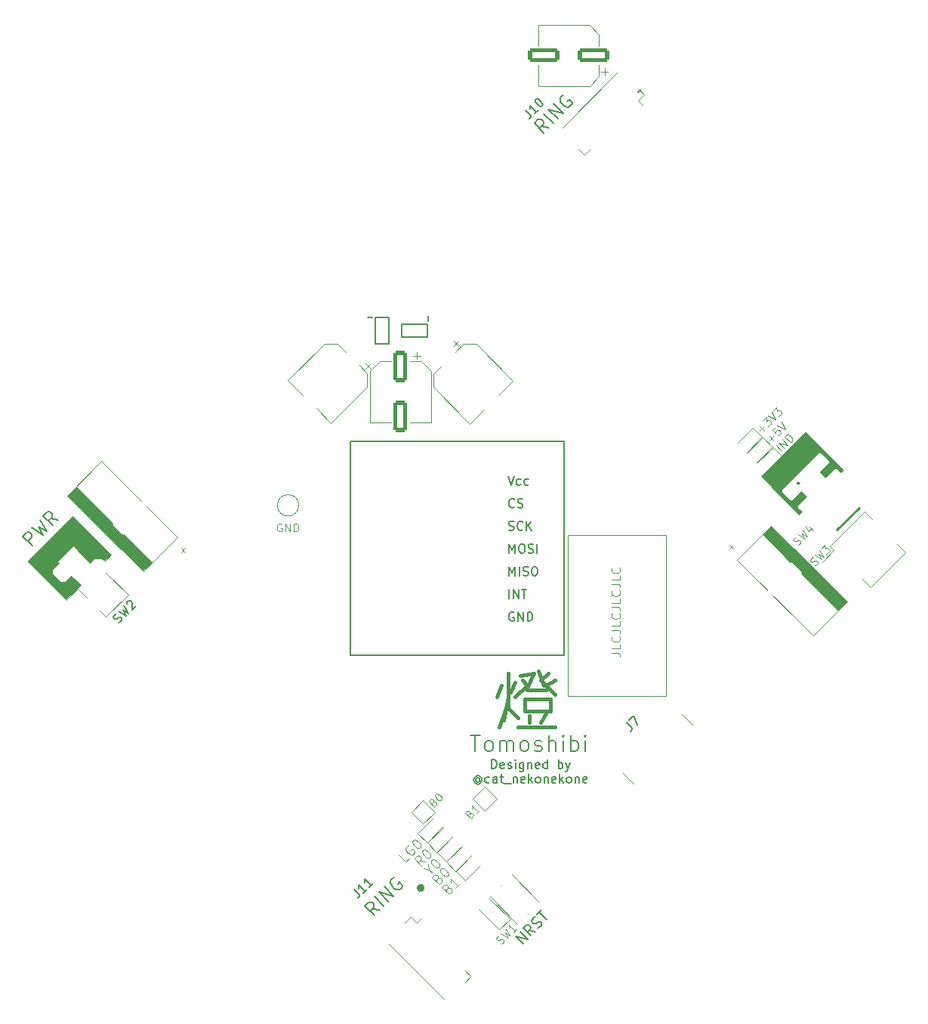
<source format=gbr>
%TF.GenerationSoftware,KiCad,Pcbnew,7.0.11*%
%TF.CreationDate,2025-06-24T23:15:39+09:00*%
%TF.ProjectId,Drive,44726976-652e-46b6-9963-61645f706362,rev?*%
%TF.SameCoordinates,Original*%
%TF.FileFunction,Legend,Top*%
%TF.FilePolarity,Positive*%
%FSLAX46Y46*%
G04 Gerber Fmt 4.6, Leading zero omitted, Abs format (unit mm)*
G04 Created by KiCad (PCBNEW 7.0.11) date 2025-06-24 23:15:39*
%MOMM*%
%LPD*%
G01*
G04 APERTURE LIST*
G04 Aperture macros list*
%AMRoundRect*
0 Rectangle with rounded corners*
0 $1 Rounding radius*
0 $2 $3 $4 $5 $6 $7 $8 $9 X,Y pos of 4 corners*
0 Add a 4 corners polygon primitive as box body*
4,1,4,$2,$3,$4,$5,$6,$7,$8,$9,$2,$3,0*
0 Add four circle primitives for the rounded corners*
1,1,$1+$1,$2,$3*
1,1,$1+$1,$4,$5*
1,1,$1+$1,$6,$7*
1,1,$1+$1,$8,$9*
0 Add four rect primitives between the rounded corners*
20,1,$1+$1,$2,$3,$4,$5,0*
20,1,$1+$1,$4,$5,$6,$7,0*
20,1,$1+$1,$6,$7,$8,$9,0*
20,1,$1+$1,$8,$9,$2,$3,0*%
%AMHorizOval*
0 Thick line with rounded ends*
0 $1 width*
0 $2 $3 position (X,Y) of the first rounded end (center of the circle)*
0 $4 $5 position (X,Y) of the second rounded end (center of the circle)*
0 Add line between two ends*
20,1,$1,$2,$3,$4,$5,0*
0 Add two circle primitives to create the rounded ends*
1,1,$1,$2,$3*
1,1,$1,$4,$5*%
%AMRotRect*
0 Rectangle, with rotation*
0 The origin of the aperture is its center*
0 $1 length*
0 $2 width*
0 $3 Rotation angle, in degrees counterclockwise*
0 Add horizontal line*
21,1,$1,$2,0,0,$3*%
G04 Aperture macros list end*
%ADD10C,0.200000*%
%ADD11C,0.180000*%
%ADD12C,0.100000*%
%ADD13C,0.130000*%
%ADD14C,0.110000*%
%ADD15C,0.120000*%
%ADD16C,0.160000*%
%ADD17C,0.400000*%
%ADD18C,0.210000*%
%ADD19C,0.150000*%
%ADD20C,0.254000*%
%ADD21C,0.508000*%
%ADD22R,0.620000X0.575000*%
%ADD23RoundRect,0.175000X0.176777X-0.424264X0.424264X-0.176777X-0.176777X0.424264X-0.424264X0.176777X0*%
%ADD24RoundRect,0.190000X-0.155563X0.424264X-0.424264X0.155563X0.155563X-0.424264X0.424264X-0.155563X0*%
%ADD25RoundRect,0.200000X-0.141421X0.424264X-0.424264X0.141421X0.141421X-0.424264X0.424264X-0.141421X0*%
%ADD26RoundRect,0.175000X-0.176777X0.424264X-0.424264X0.176777X0.176777X-0.424264X0.424264X-0.176777X0*%
%ADD27RoundRect,0.190000X0.155563X-0.424264X0.424264X-0.155563X-0.155563X0.424264X-0.424264X0.155563X0*%
%ADD28RoundRect,0.200000X0.141421X-0.424264X0.424264X-0.141421X-0.141421X0.424264X-0.424264X0.141421X0*%
%ADD29HorizOval,1.100000X-0.212132X0.212132X0.212132X-0.212132X0*%
%ADD30RoundRect,0.200000X-0.459619X-0.176777X-0.176777X-0.459619X0.459619X0.176777X0.176777X0.459619X0*%
%ADD31RoundRect,0.250001X-1.449567X-0.318198X-0.318198X-1.449567X1.449567X0.318198X0.318198X1.449567X0*%
%ADD32RoundRect,0.250000X0.671751X1.449569X-1.449569X-0.671751X-0.671751X-1.449569X1.449569X0.671751X0*%
%ADD33RoundRect,0.200000X-0.176777X0.459619X-0.459619X0.176777X0.176777X-0.459619X0.459619X-0.176777X0*%
%ADD34RoundRect,0.250001X-0.318198X1.449567X-1.449567X0.318198X0.318198X-1.449567X1.449567X-0.318198X0*%
%ADD35RoundRect,0.237500X-0.035355X-0.371231X0.371231X0.035355X0.035355X0.371231X-0.371231X-0.035355X0*%
%ADD36RoundRect,0.237500X0.035355X0.371231X-0.371231X-0.035355X-0.035355X-0.371231X0.371231X0.035355X0*%
%ADD37RotRect,1.200000X1.400000X315.000000*%
%ADD38C,1.524000*%
%ADD39C,0.800000*%
%ADD40C,6.400000*%
%ADD41RotRect,1.050000X0.650000X135.000000*%
%ADD42RoundRect,0.250000X-1.449569X0.671751X0.671751X-1.449569X1.449569X-0.671751X-0.671751X1.449569X0*%
%ADD43C,1.200000*%
%ADD44RoundRect,0.250000X-0.550000X1.500000X-0.550000X-1.500000X0.550000X-1.500000X0.550000X1.500000X0*%
%ADD45C,2.000000*%
%ADD46RoundRect,0.250000X1.500000X0.550000X-1.500000X0.550000X-1.500000X-0.550000X1.500000X-0.550000X0*%
%ADD47RotRect,1.600000X0.760000X45.000000*%
%ADD48RotRect,1.500000X1.500000X45.000000*%
%ADD49RoundRect,0.250000X0.353553X0.000000X0.000000X0.353553X-0.353553X0.000000X0.000000X-0.353553X0*%
%ADD50R,0.575000X0.620000*%
%ADD51RotRect,1.500000X1.500000X315.000000*%
%ADD52RoundRect,0.350000X0.000000X0.494975X-0.494975X0.000000X0.000000X-0.494975X0.494975X0.000000X0*%
%ADD53C,1.400000*%
%ADD54RoundRect,0.250000X-0.053033X0.901561X-0.901561X0.053033X0.053033X-0.901561X0.901561X-0.053033X0*%
%ADD55HorizOval,1.700000X-0.053033X0.053033X0.053033X-0.053033X0*%
%ADD56RoundRect,0.250000X0.053033X-0.901561X0.901561X-0.053033X-0.053033X0.901561X-0.901561X0.053033X0*%
%ADD57RoundRect,0.250000X0.901561X0.053033X0.053033X0.901561X-0.901561X-0.053033X-0.053033X-0.901561X0*%
%ADD58HorizOval,1.700000X0.053033X0.053033X-0.053033X-0.053033X0*%
%ADD59R,2.250000X2.250000*%
%ADD60C,2.250000*%
%ADD61RotRect,1.000000X1.000000X135.000000*%
%ADD62C,1.000000*%
%ADD63RoundRect,0.250000X-0.901561X-0.053033X-0.053033X-0.901561X0.901561X0.053033X0.053033X0.901561X0*%
%ADD64HorizOval,1.700000X-0.053033X-0.053033X0.053033X0.053033X0*%
%ADD65C,1.700000*%
G04 APERTURE END LIST*
D10*
X147612163Y-62557982D02*
X147258609Y-62911535D01*
X79369114Y-113697541D02*
X78308453Y-112636881D01*
X78308453Y-112636881D02*
X78712514Y-112232820D01*
X78712514Y-112232820D02*
X78864037Y-112182312D01*
X78864037Y-112182312D02*
X78965053Y-112182312D01*
X78965053Y-112182312D02*
X79116575Y-112232820D01*
X79116575Y-112232820D02*
X79268098Y-112384343D01*
X79268098Y-112384343D02*
X79318606Y-112535865D01*
X79318606Y-112535865D02*
X79318606Y-112636881D01*
X79318606Y-112636881D02*
X79268098Y-112788404D01*
X79268098Y-112788404D02*
X78864037Y-113192465D01*
X79268098Y-111677236D02*
X80581297Y-112485358D01*
X80581297Y-112485358D02*
X80025713Y-111525713D01*
X80025713Y-111525713D02*
X80985358Y-112081297D01*
X80985358Y-112081297D02*
X80177236Y-110768098D01*
X82248048Y-110818606D02*
X81389419Y-110667083D01*
X81641957Y-111424697D02*
X80581297Y-110364037D01*
X80581297Y-110364037D02*
X80985358Y-109959976D01*
X80985358Y-109959976D02*
X81136881Y-109909469D01*
X81136881Y-109909469D02*
X81237896Y-109909469D01*
X81237896Y-109909469D02*
X81389419Y-109959976D01*
X81389419Y-109959976D02*
X81540942Y-110111499D01*
X81540942Y-110111499D02*
X81591449Y-110263022D01*
X81591449Y-110263022D02*
X81591449Y-110364037D01*
X81591449Y-110364037D02*
X81540942Y-110515560D01*
X81540942Y-110515560D02*
X81136881Y-110919621D01*
D11*
X137305942Y-66821210D02*
X136447313Y-66669688D01*
X136699851Y-67427302D02*
X135639191Y-66366642D01*
X135639191Y-66366642D02*
X136043252Y-65962581D01*
X136043252Y-65962581D02*
X136194775Y-65912073D01*
X136194775Y-65912073D02*
X136295790Y-65912073D01*
X136295790Y-65912073D02*
X136447313Y-65962581D01*
X136447313Y-65962581D02*
X136598836Y-66114104D01*
X136598836Y-66114104D02*
X136649343Y-66265627D01*
X136649343Y-66265627D02*
X136649343Y-66366642D01*
X136649343Y-66366642D02*
X136598836Y-66518165D01*
X136598836Y-66518165D02*
X136194775Y-66922226D01*
X137760511Y-66366642D02*
X136699851Y-65305982D01*
X138265587Y-65861565D02*
X137204927Y-64800905D01*
X137204927Y-64800905D02*
X138871679Y-65255474D01*
X138871679Y-65255474D02*
X137811019Y-64194814D01*
X138922187Y-63184661D02*
X138770664Y-63235168D01*
X138770664Y-63235168D02*
X138619141Y-63386691D01*
X138619141Y-63386691D02*
X138518126Y-63588722D01*
X138518126Y-63588722D02*
X138518126Y-63790752D01*
X138518126Y-63790752D02*
X138568634Y-63942275D01*
X138568634Y-63942275D02*
X138720156Y-64194813D01*
X138720156Y-64194813D02*
X138871679Y-64346336D01*
X138871679Y-64346336D02*
X139124217Y-64497859D01*
X139124217Y-64497859D02*
X139275740Y-64548367D01*
X139275740Y-64548367D02*
X139477771Y-64548367D01*
X139477771Y-64548367D02*
X139679801Y-64447351D01*
X139679801Y-64447351D02*
X139780817Y-64346336D01*
X139780817Y-64346336D02*
X139881832Y-64144306D01*
X139881832Y-64144306D02*
X139881832Y-64043290D01*
X139881832Y-64043290D02*
X139528278Y-63689737D01*
X139528278Y-63689737D02*
X139326248Y-63891768D01*
D12*
X144272419Y-125710401D02*
X144986704Y-125710401D01*
X144986704Y-125710401D02*
X145129561Y-125758020D01*
X145129561Y-125758020D02*
X145224800Y-125853258D01*
X145224800Y-125853258D02*
X145272419Y-125996115D01*
X145272419Y-125996115D02*
X145272419Y-126091353D01*
X145272419Y-124758020D02*
X145272419Y-125234210D01*
X145272419Y-125234210D02*
X144272419Y-125234210D01*
X145177180Y-123853258D02*
X145224800Y-123900877D01*
X145224800Y-123900877D02*
X145272419Y-124043734D01*
X145272419Y-124043734D02*
X145272419Y-124138972D01*
X145272419Y-124138972D02*
X145224800Y-124281829D01*
X145224800Y-124281829D02*
X145129561Y-124377067D01*
X145129561Y-124377067D02*
X145034323Y-124424686D01*
X145034323Y-124424686D02*
X144843847Y-124472305D01*
X144843847Y-124472305D02*
X144700990Y-124472305D01*
X144700990Y-124472305D02*
X144510514Y-124424686D01*
X144510514Y-124424686D02*
X144415276Y-124377067D01*
X144415276Y-124377067D02*
X144320038Y-124281829D01*
X144320038Y-124281829D02*
X144272419Y-124138972D01*
X144272419Y-124138972D02*
X144272419Y-124043734D01*
X144272419Y-124043734D02*
X144320038Y-123900877D01*
X144320038Y-123900877D02*
X144367657Y-123853258D01*
X144272419Y-123138972D02*
X144986704Y-123138972D01*
X144986704Y-123138972D02*
X145129561Y-123186591D01*
X145129561Y-123186591D02*
X145224800Y-123281829D01*
X145224800Y-123281829D02*
X145272419Y-123424686D01*
X145272419Y-123424686D02*
X145272419Y-123519924D01*
X145272419Y-122186591D02*
X145272419Y-122662781D01*
X145272419Y-122662781D02*
X144272419Y-122662781D01*
X145177180Y-121281829D02*
X145224800Y-121329448D01*
X145224800Y-121329448D02*
X145272419Y-121472305D01*
X145272419Y-121472305D02*
X145272419Y-121567543D01*
X145272419Y-121567543D02*
X145224800Y-121710400D01*
X145224800Y-121710400D02*
X145129561Y-121805638D01*
X145129561Y-121805638D02*
X145034323Y-121853257D01*
X145034323Y-121853257D02*
X144843847Y-121900876D01*
X144843847Y-121900876D02*
X144700990Y-121900876D01*
X144700990Y-121900876D02*
X144510514Y-121853257D01*
X144510514Y-121853257D02*
X144415276Y-121805638D01*
X144415276Y-121805638D02*
X144320038Y-121710400D01*
X144320038Y-121710400D02*
X144272419Y-121567543D01*
X144272419Y-121567543D02*
X144272419Y-121472305D01*
X144272419Y-121472305D02*
X144320038Y-121329448D01*
X144320038Y-121329448D02*
X144367657Y-121281829D01*
X144272419Y-120567543D02*
X144986704Y-120567543D01*
X144986704Y-120567543D02*
X145129561Y-120615162D01*
X145129561Y-120615162D02*
X145224800Y-120710400D01*
X145224800Y-120710400D02*
X145272419Y-120853257D01*
X145272419Y-120853257D02*
X145272419Y-120948495D01*
X145272419Y-119615162D02*
X145272419Y-120091352D01*
X145272419Y-120091352D02*
X144272419Y-120091352D01*
X145177180Y-118710400D02*
X145224800Y-118758019D01*
X145224800Y-118758019D02*
X145272419Y-118900876D01*
X145272419Y-118900876D02*
X145272419Y-118996114D01*
X145272419Y-118996114D02*
X145224800Y-119138971D01*
X145224800Y-119138971D02*
X145129561Y-119234209D01*
X145129561Y-119234209D02*
X145034323Y-119281828D01*
X145034323Y-119281828D02*
X144843847Y-119329447D01*
X144843847Y-119329447D02*
X144700990Y-119329447D01*
X144700990Y-119329447D02*
X144510514Y-119281828D01*
X144510514Y-119281828D02*
X144415276Y-119234209D01*
X144415276Y-119234209D02*
X144320038Y-119138971D01*
X144320038Y-119138971D02*
X144272419Y-118996114D01*
X144272419Y-118996114D02*
X144272419Y-118900876D01*
X144272419Y-118900876D02*
X144320038Y-118758019D01*
X144320038Y-118758019D02*
X144367657Y-118710400D01*
X144272419Y-117996114D02*
X144986704Y-117996114D01*
X144986704Y-117996114D02*
X145129561Y-118043733D01*
X145129561Y-118043733D02*
X145224800Y-118138971D01*
X145224800Y-118138971D02*
X145272419Y-118281828D01*
X145272419Y-118281828D02*
X145272419Y-118377066D01*
X145272419Y-117043733D02*
X145272419Y-117519923D01*
X145272419Y-117519923D02*
X144272419Y-117519923D01*
X145177180Y-116138971D02*
X145224800Y-116186590D01*
X145224800Y-116186590D02*
X145272419Y-116329447D01*
X145272419Y-116329447D02*
X145272419Y-116424685D01*
X145272419Y-116424685D02*
X145224800Y-116567542D01*
X145224800Y-116567542D02*
X145129561Y-116662780D01*
X145129561Y-116662780D02*
X145034323Y-116710399D01*
X145034323Y-116710399D02*
X144843847Y-116758018D01*
X144843847Y-116758018D02*
X144700990Y-116758018D01*
X144700990Y-116758018D02*
X144510514Y-116710399D01*
X144510514Y-116710399D02*
X144415276Y-116662780D01*
X144415276Y-116662780D02*
X144320038Y-116567542D01*
X144320038Y-116567542D02*
X144272419Y-116424685D01*
X144272419Y-116424685D02*
X144272419Y-116329447D01*
X144272419Y-116329447D02*
X144320038Y-116186590D01*
X144320038Y-116186590D02*
X144367657Y-116138971D01*
D13*
X130866666Y-138650859D02*
X130866666Y-137650859D01*
X130866666Y-137650859D02*
X131104761Y-137650859D01*
X131104761Y-137650859D02*
X131247618Y-137698478D01*
X131247618Y-137698478D02*
X131342856Y-137793716D01*
X131342856Y-137793716D02*
X131390475Y-137888954D01*
X131390475Y-137888954D02*
X131438094Y-138079430D01*
X131438094Y-138079430D02*
X131438094Y-138222287D01*
X131438094Y-138222287D02*
X131390475Y-138412763D01*
X131390475Y-138412763D02*
X131342856Y-138508001D01*
X131342856Y-138508001D02*
X131247618Y-138603240D01*
X131247618Y-138603240D02*
X131104761Y-138650859D01*
X131104761Y-138650859D02*
X130866666Y-138650859D01*
X132247618Y-138603240D02*
X132152380Y-138650859D01*
X132152380Y-138650859D02*
X131961904Y-138650859D01*
X131961904Y-138650859D02*
X131866666Y-138603240D01*
X131866666Y-138603240D02*
X131819047Y-138508001D01*
X131819047Y-138508001D02*
X131819047Y-138127049D01*
X131819047Y-138127049D02*
X131866666Y-138031811D01*
X131866666Y-138031811D02*
X131961904Y-137984192D01*
X131961904Y-137984192D02*
X132152380Y-137984192D01*
X132152380Y-137984192D02*
X132247618Y-138031811D01*
X132247618Y-138031811D02*
X132295237Y-138127049D01*
X132295237Y-138127049D02*
X132295237Y-138222287D01*
X132295237Y-138222287D02*
X131819047Y-138317525D01*
X132676190Y-138603240D02*
X132771428Y-138650859D01*
X132771428Y-138650859D02*
X132961904Y-138650859D01*
X132961904Y-138650859D02*
X133057142Y-138603240D01*
X133057142Y-138603240D02*
X133104761Y-138508001D01*
X133104761Y-138508001D02*
X133104761Y-138460382D01*
X133104761Y-138460382D02*
X133057142Y-138365144D01*
X133057142Y-138365144D02*
X132961904Y-138317525D01*
X132961904Y-138317525D02*
X132819047Y-138317525D01*
X132819047Y-138317525D02*
X132723809Y-138269906D01*
X132723809Y-138269906D02*
X132676190Y-138174668D01*
X132676190Y-138174668D02*
X132676190Y-138127049D01*
X132676190Y-138127049D02*
X132723809Y-138031811D01*
X132723809Y-138031811D02*
X132819047Y-137984192D01*
X132819047Y-137984192D02*
X132961904Y-137984192D01*
X132961904Y-137984192D02*
X133057142Y-138031811D01*
X133533333Y-138650859D02*
X133533333Y-137984192D01*
X133533333Y-137650859D02*
X133485714Y-137698478D01*
X133485714Y-137698478D02*
X133533333Y-137746097D01*
X133533333Y-137746097D02*
X133580952Y-137698478D01*
X133580952Y-137698478D02*
X133533333Y-137650859D01*
X133533333Y-137650859D02*
X133533333Y-137746097D01*
X134438094Y-137984192D02*
X134438094Y-138793716D01*
X134438094Y-138793716D02*
X134390475Y-138888954D01*
X134390475Y-138888954D02*
X134342856Y-138936573D01*
X134342856Y-138936573D02*
X134247618Y-138984192D01*
X134247618Y-138984192D02*
X134104761Y-138984192D01*
X134104761Y-138984192D02*
X134009523Y-138936573D01*
X134438094Y-138603240D02*
X134342856Y-138650859D01*
X134342856Y-138650859D02*
X134152380Y-138650859D01*
X134152380Y-138650859D02*
X134057142Y-138603240D01*
X134057142Y-138603240D02*
X134009523Y-138555620D01*
X134009523Y-138555620D02*
X133961904Y-138460382D01*
X133961904Y-138460382D02*
X133961904Y-138174668D01*
X133961904Y-138174668D02*
X134009523Y-138079430D01*
X134009523Y-138079430D02*
X134057142Y-138031811D01*
X134057142Y-138031811D02*
X134152380Y-137984192D01*
X134152380Y-137984192D02*
X134342856Y-137984192D01*
X134342856Y-137984192D02*
X134438094Y-138031811D01*
X134914285Y-137984192D02*
X134914285Y-138650859D01*
X134914285Y-138079430D02*
X134961904Y-138031811D01*
X134961904Y-138031811D02*
X135057142Y-137984192D01*
X135057142Y-137984192D02*
X135199999Y-137984192D01*
X135199999Y-137984192D02*
X135295237Y-138031811D01*
X135295237Y-138031811D02*
X135342856Y-138127049D01*
X135342856Y-138127049D02*
X135342856Y-138650859D01*
X136199999Y-138603240D02*
X136104761Y-138650859D01*
X136104761Y-138650859D02*
X135914285Y-138650859D01*
X135914285Y-138650859D02*
X135819047Y-138603240D01*
X135819047Y-138603240D02*
X135771428Y-138508001D01*
X135771428Y-138508001D02*
X135771428Y-138127049D01*
X135771428Y-138127049D02*
X135819047Y-138031811D01*
X135819047Y-138031811D02*
X135914285Y-137984192D01*
X135914285Y-137984192D02*
X136104761Y-137984192D01*
X136104761Y-137984192D02*
X136199999Y-138031811D01*
X136199999Y-138031811D02*
X136247618Y-138127049D01*
X136247618Y-138127049D02*
X136247618Y-138222287D01*
X136247618Y-138222287D02*
X135771428Y-138317525D01*
X137104761Y-138650859D02*
X137104761Y-137650859D01*
X137104761Y-138603240D02*
X137009523Y-138650859D01*
X137009523Y-138650859D02*
X136819047Y-138650859D01*
X136819047Y-138650859D02*
X136723809Y-138603240D01*
X136723809Y-138603240D02*
X136676190Y-138555620D01*
X136676190Y-138555620D02*
X136628571Y-138460382D01*
X136628571Y-138460382D02*
X136628571Y-138174668D01*
X136628571Y-138174668D02*
X136676190Y-138079430D01*
X136676190Y-138079430D02*
X136723809Y-138031811D01*
X136723809Y-138031811D02*
X136819047Y-137984192D01*
X136819047Y-137984192D02*
X137009523Y-137984192D01*
X137009523Y-137984192D02*
X137104761Y-138031811D01*
X138342857Y-138650859D02*
X138342857Y-137650859D01*
X138342857Y-138031811D02*
X138438095Y-137984192D01*
X138438095Y-137984192D02*
X138628571Y-137984192D01*
X138628571Y-137984192D02*
X138723809Y-138031811D01*
X138723809Y-138031811D02*
X138771428Y-138079430D01*
X138771428Y-138079430D02*
X138819047Y-138174668D01*
X138819047Y-138174668D02*
X138819047Y-138460382D01*
X138819047Y-138460382D02*
X138771428Y-138555620D01*
X138771428Y-138555620D02*
X138723809Y-138603240D01*
X138723809Y-138603240D02*
X138628571Y-138650859D01*
X138628571Y-138650859D02*
X138438095Y-138650859D01*
X138438095Y-138650859D02*
X138342857Y-138603240D01*
X139152381Y-137984192D02*
X139390476Y-138650859D01*
X139628571Y-137984192D02*
X139390476Y-138650859D01*
X139390476Y-138650859D02*
X139295238Y-138888954D01*
X139295238Y-138888954D02*
X139247619Y-138936573D01*
X139247619Y-138936573D02*
X139152381Y-138984192D01*
X129509522Y-139784668D02*
X129461903Y-139737049D01*
X129461903Y-139737049D02*
X129366665Y-139689430D01*
X129366665Y-139689430D02*
X129271427Y-139689430D01*
X129271427Y-139689430D02*
X129176189Y-139737049D01*
X129176189Y-139737049D02*
X129128570Y-139784668D01*
X129128570Y-139784668D02*
X129080951Y-139879906D01*
X129080951Y-139879906D02*
X129080951Y-139975144D01*
X129080951Y-139975144D02*
X129128570Y-140070382D01*
X129128570Y-140070382D02*
X129176189Y-140118001D01*
X129176189Y-140118001D02*
X129271427Y-140165620D01*
X129271427Y-140165620D02*
X129366665Y-140165620D01*
X129366665Y-140165620D02*
X129461903Y-140118001D01*
X129461903Y-140118001D02*
X129509522Y-140070382D01*
X129509522Y-139689430D02*
X129509522Y-140070382D01*
X129509522Y-140070382D02*
X129557141Y-140118001D01*
X129557141Y-140118001D02*
X129604760Y-140118001D01*
X129604760Y-140118001D02*
X129699999Y-140070382D01*
X129699999Y-140070382D02*
X129747618Y-139975144D01*
X129747618Y-139975144D02*
X129747618Y-139737049D01*
X129747618Y-139737049D02*
X129652380Y-139594192D01*
X129652380Y-139594192D02*
X129509522Y-139498954D01*
X129509522Y-139498954D02*
X129319046Y-139451335D01*
X129319046Y-139451335D02*
X129128570Y-139498954D01*
X129128570Y-139498954D02*
X128985713Y-139594192D01*
X128985713Y-139594192D02*
X128890475Y-139737049D01*
X128890475Y-139737049D02*
X128842856Y-139927525D01*
X128842856Y-139927525D02*
X128890475Y-140118001D01*
X128890475Y-140118001D02*
X128985713Y-140260859D01*
X128985713Y-140260859D02*
X129128570Y-140356097D01*
X129128570Y-140356097D02*
X129319046Y-140403716D01*
X129319046Y-140403716D02*
X129509522Y-140356097D01*
X129509522Y-140356097D02*
X129652380Y-140260859D01*
X130604760Y-140213240D02*
X130509522Y-140260859D01*
X130509522Y-140260859D02*
X130319046Y-140260859D01*
X130319046Y-140260859D02*
X130223808Y-140213240D01*
X130223808Y-140213240D02*
X130176189Y-140165620D01*
X130176189Y-140165620D02*
X130128570Y-140070382D01*
X130128570Y-140070382D02*
X130128570Y-139784668D01*
X130128570Y-139784668D02*
X130176189Y-139689430D01*
X130176189Y-139689430D02*
X130223808Y-139641811D01*
X130223808Y-139641811D02*
X130319046Y-139594192D01*
X130319046Y-139594192D02*
X130509522Y-139594192D01*
X130509522Y-139594192D02*
X130604760Y-139641811D01*
X131461903Y-140260859D02*
X131461903Y-139737049D01*
X131461903Y-139737049D02*
X131414284Y-139641811D01*
X131414284Y-139641811D02*
X131319046Y-139594192D01*
X131319046Y-139594192D02*
X131128570Y-139594192D01*
X131128570Y-139594192D02*
X131033332Y-139641811D01*
X131461903Y-140213240D02*
X131366665Y-140260859D01*
X131366665Y-140260859D02*
X131128570Y-140260859D01*
X131128570Y-140260859D02*
X131033332Y-140213240D01*
X131033332Y-140213240D02*
X130985713Y-140118001D01*
X130985713Y-140118001D02*
X130985713Y-140022763D01*
X130985713Y-140022763D02*
X131033332Y-139927525D01*
X131033332Y-139927525D02*
X131128570Y-139879906D01*
X131128570Y-139879906D02*
X131366665Y-139879906D01*
X131366665Y-139879906D02*
X131461903Y-139832287D01*
X131795237Y-139594192D02*
X132176189Y-139594192D01*
X131938094Y-139260859D02*
X131938094Y-140118001D01*
X131938094Y-140118001D02*
X131985713Y-140213240D01*
X131985713Y-140213240D02*
X132080951Y-140260859D01*
X132080951Y-140260859D02*
X132176189Y-140260859D01*
X132271428Y-140356097D02*
X133033332Y-140356097D01*
X133271428Y-139594192D02*
X133271428Y-140260859D01*
X133271428Y-139689430D02*
X133319047Y-139641811D01*
X133319047Y-139641811D02*
X133414285Y-139594192D01*
X133414285Y-139594192D02*
X133557142Y-139594192D01*
X133557142Y-139594192D02*
X133652380Y-139641811D01*
X133652380Y-139641811D02*
X133699999Y-139737049D01*
X133699999Y-139737049D02*
X133699999Y-140260859D01*
X134557142Y-140213240D02*
X134461904Y-140260859D01*
X134461904Y-140260859D02*
X134271428Y-140260859D01*
X134271428Y-140260859D02*
X134176190Y-140213240D01*
X134176190Y-140213240D02*
X134128571Y-140118001D01*
X134128571Y-140118001D02*
X134128571Y-139737049D01*
X134128571Y-139737049D02*
X134176190Y-139641811D01*
X134176190Y-139641811D02*
X134271428Y-139594192D01*
X134271428Y-139594192D02*
X134461904Y-139594192D01*
X134461904Y-139594192D02*
X134557142Y-139641811D01*
X134557142Y-139641811D02*
X134604761Y-139737049D01*
X134604761Y-139737049D02*
X134604761Y-139832287D01*
X134604761Y-139832287D02*
X134128571Y-139927525D01*
X135033333Y-140260859D02*
X135033333Y-139260859D01*
X135128571Y-139879906D02*
X135414285Y-140260859D01*
X135414285Y-139594192D02*
X135033333Y-139975144D01*
X135985714Y-140260859D02*
X135890476Y-140213240D01*
X135890476Y-140213240D02*
X135842857Y-140165620D01*
X135842857Y-140165620D02*
X135795238Y-140070382D01*
X135795238Y-140070382D02*
X135795238Y-139784668D01*
X135795238Y-139784668D02*
X135842857Y-139689430D01*
X135842857Y-139689430D02*
X135890476Y-139641811D01*
X135890476Y-139641811D02*
X135985714Y-139594192D01*
X135985714Y-139594192D02*
X136128571Y-139594192D01*
X136128571Y-139594192D02*
X136223809Y-139641811D01*
X136223809Y-139641811D02*
X136271428Y-139689430D01*
X136271428Y-139689430D02*
X136319047Y-139784668D01*
X136319047Y-139784668D02*
X136319047Y-140070382D01*
X136319047Y-140070382D02*
X136271428Y-140165620D01*
X136271428Y-140165620D02*
X136223809Y-140213240D01*
X136223809Y-140213240D02*
X136128571Y-140260859D01*
X136128571Y-140260859D02*
X135985714Y-140260859D01*
X136747619Y-139594192D02*
X136747619Y-140260859D01*
X136747619Y-139689430D02*
X136795238Y-139641811D01*
X136795238Y-139641811D02*
X136890476Y-139594192D01*
X136890476Y-139594192D02*
X137033333Y-139594192D01*
X137033333Y-139594192D02*
X137128571Y-139641811D01*
X137128571Y-139641811D02*
X137176190Y-139737049D01*
X137176190Y-139737049D02*
X137176190Y-140260859D01*
X138033333Y-140213240D02*
X137938095Y-140260859D01*
X137938095Y-140260859D02*
X137747619Y-140260859D01*
X137747619Y-140260859D02*
X137652381Y-140213240D01*
X137652381Y-140213240D02*
X137604762Y-140118001D01*
X137604762Y-140118001D02*
X137604762Y-139737049D01*
X137604762Y-139737049D02*
X137652381Y-139641811D01*
X137652381Y-139641811D02*
X137747619Y-139594192D01*
X137747619Y-139594192D02*
X137938095Y-139594192D01*
X137938095Y-139594192D02*
X138033333Y-139641811D01*
X138033333Y-139641811D02*
X138080952Y-139737049D01*
X138080952Y-139737049D02*
X138080952Y-139832287D01*
X138080952Y-139832287D02*
X137604762Y-139927525D01*
X138509524Y-140260859D02*
X138509524Y-139260859D01*
X138604762Y-139879906D02*
X138890476Y-140260859D01*
X138890476Y-139594192D02*
X138509524Y-139975144D01*
X139461905Y-140260859D02*
X139366667Y-140213240D01*
X139366667Y-140213240D02*
X139319048Y-140165620D01*
X139319048Y-140165620D02*
X139271429Y-140070382D01*
X139271429Y-140070382D02*
X139271429Y-139784668D01*
X139271429Y-139784668D02*
X139319048Y-139689430D01*
X139319048Y-139689430D02*
X139366667Y-139641811D01*
X139366667Y-139641811D02*
X139461905Y-139594192D01*
X139461905Y-139594192D02*
X139604762Y-139594192D01*
X139604762Y-139594192D02*
X139700000Y-139641811D01*
X139700000Y-139641811D02*
X139747619Y-139689430D01*
X139747619Y-139689430D02*
X139795238Y-139784668D01*
X139795238Y-139784668D02*
X139795238Y-140070382D01*
X139795238Y-140070382D02*
X139747619Y-140165620D01*
X139747619Y-140165620D02*
X139700000Y-140213240D01*
X139700000Y-140213240D02*
X139604762Y-140260859D01*
X139604762Y-140260859D02*
X139461905Y-140260859D01*
X140223810Y-139594192D02*
X140223810Y-140260859D01*
X140223810Y-139689430D02*
X140271429Y-139641811D01*
X140271429Y-139641811D02*
X140366667Y-139594192D01*
X140366667Y-139594192D02*
X140509524Y-139594192D01*
X140509524Y-139594192D02*
X140604762Y-139641811D01*
X140604762Y-139641811D02*
X140652381Y-139737049D01*
X140652381Y-139737049D02*
X140652381Y-140260859D01*
X141509524Y-140213240D02*
X141414286Y-140260859D01*
X141414286Y-140260859D02*
X141223810Y-140260859D01*
X141223810Y-140260859D02*
X141128572Y-140213240D01*
X141128572Y-140213240D02*
X141080953Y-140118001D01*
X141080953Y-140118001D02*
X141080953Y-139737049D01*
X141080953Y-139737049D02*
X141128572Y-139641811D01*
X141128572Y-139641811D02*
X141223810Y-139594192D01*
X141223810Y-139594192D02*
X141414286Y-139594192D01*
X141414286Y-139594192D02*
X141509524Y-139641811D01*
X141509524Y-139641811D02*
X141557143Y-139737049D01*
X141557143Y-139737049D02*
X141557143Y-139832287D01*
X141557143Y-139832287D02*
X141080953Y-139927525D01*
D14*
X160924420Y-100821434D02*
X161409293Y-100336561D01*
X161409293Y-100821434D02*
X160924420Y-100336561D01*
X161257771Y-99700165D02*
X161651730Y-99306205D01*
X161651730Y-99306205D02*
X161682035Y-99760774D01*
X161682035Y-99760774D02*
X161772948Y-99669860D01*
X161772948Y-99669860D02*
X161863862Y-99639556D01*
X161863862Y-99639556D02*
X161924471Y-99639556D01*
X161924471Y-99639556D02*
X162015385Y-99669860D01*
X162015385Y-99669860D02*
X162166908Y-99821383D01*
X162166908Y-99821383D02*
X162197212Y-99912297D01*
X162197212Y-99912297D02*
X162197212Y-99972906D01*
X162197212Y-99972906D02*
X162166908Y-100063820D01*
X162166908Y-100063820D02*
X161985080Y-100245647D01*
X161985080Y-100245647D02*
X161894167Y-100275952D01*
X161894167Y-100275952D02*
X161833557Y-100275952D01*
X161833558Y-99124378D02*
X162682086Y-99548642D01*
X162682086Y-99548642D02*
X162257822Y-98700114D01*
X162409345Y-98548591D02*
X162803304Y-98154631D01*
X162803304Y-98154631D02*
X162833609Y-98609200D01*
X162833609Y-98609200D02*
X162924523Y-98518286D01*
X162924523Y-98518286D02*
X163015436Y-98487981D01*
X163015436Y-98487981D02*
X163076046Y-98487981D01*
X163076046Y-98487981D02*
X163166959Y-98518286D01*
X163166959Y-98518286D02*
X163318482Y-98669809D01*
X163318482Y-98669809D02*
X163348787Y-98760723D01*
X163348787Y-98760723D02*
X163348787Y-98821332D01*
X163348787Y-98821332D02*
X163318482Y-98912245D01*
X163318482Y-98912245D02*
X163136655Y-99094073D01*
X163136655Y-99094073D02*
X163045741Y-99124378D01*
X163045741Y-99124378D02*
X162985132Y-99124378D01*
X128399425Y-143714602D02*
X128520643Y-143653993D01*
X128520643Y-143653993D02*
X128581252Y-143653993D01*
X128581252Y-143653993D02*
X128672166Y-143684297D01*
X128672166Y-143684297D02*
X128763080Y-143775211D01*
X128763080Y-143775211D02*
X128793384Y-143866125D01*
X128793384Y-143866125D02*
X128793384Y-143926734D01*
X128793384Y-143926734D02*
X128763080Y-144017648D01*
X128763080Y-144017648D02*
X128520643Y-144260084D01*
X128520643Y-144260084D02*
X127884247Y-143623688D01*
X127884247Y-143623688D02*
X128096379Y-143411556D01*
X128096379Y-143411556D02*
X128187293Y-143381252D01*
X128187293Y-143381252D02*
X128247902Y-143381252D01*
X128247902Y-143381252D02*
X128338816Y-143411556D01*
X128338816Y-143411556D02*
X128399425Y-143472165D01*
X128399425Y-143472165D02*
X128429729Y-143563079D01*
X128429729Y-143563079D02*
X128429729Y-143623688D01*
X128429729Y-143623688D02*
X128399425Y-143714602D01*
X128399425Y-143714602D02*
X128187293Y-143926734D01*
X129490390Y-143290338D02*
X129126735Y-143653993D01*
X129308562Y-143472165D02*
X128672166Y-142835769D01*
X128672166Y-142835769D02*
X128702471Y-142987292D01*
X128702471Y-142987292D02*
X128702471Y-143108511D01*
X128702471Y-143108511D02*
X128672166Y-143199424D01*
D15*
X123855078Y-150014984D02*
X124225468Y-150385373D01*
X123188378Y-149866828D02*
X123855078Y-150014984D01*
X123855078Y-150014984D02*
X123706923Y-149348283D01*
X124114351Y-148940855D02*
X124188429Y-148866777D01*
X124188429Y-148866777D02*
X124299545Y-148829738D01*
X124299545Y-148829738D02*
X124373623Y-148829738D01*
X124373623Y-148829738D02*
X124484740Y-148866777D01*
X124484740Y-148866777D02*
X124669935Y-148977894D01*
X124669935Y-148977894D02*
X124855129Y-149163089D01*
X124855129Y-149163089D02*
X124966246Y-149348283D01*
X124966246Y-149348283D02*
X125003285Y-149459400D01*
X125003285Y-149459400D02*
X125003285Y-149533478D01*
X125003285Y-149533478D02*
X124966246Y-149644595D01*
X124966246Y-149644595D02*
X124892168Y-149718672D01*
X124892168Y-149718672D02*
X124781051Y-149755711D01*
X124781051Y-149755711D02*
X124706974Y-149755711D01*
X124706974Y-149755711D02*
X124595857Y-149718672D01*
X124595857Y-149718672D02*
X124410662Y-149607556D01*
X124410662Y-149607556D02*
X124225468Y-149422361D01*
X124225468Y-149422361D02*
X124114351Y-149237166D01*
X124114351Y-149237166D02*
X124077312Y-149126050D01*
X124077312Y-149126050D02*
X124077312Y-149051972D01*
X124077312Y-149051972D02*
X124114351Y-148940855D01*
X125918039Y-152077945D02*
X126066195Y-152003867D01*
X126066195Y-152003867D02*
X126140273Y-152003867D01*
X126140273Y-152003867D02*
X126251390Y-152040906D01*
X126251390Y-152040906D02*
X126362506Y-152152023D01*
X126362506Y-152152023D02*
X126399545Y-152263140D01*
X126399545Y-152263140D02*
X126399545Y-152337217D01*
X126399545Y-152337217D02*
X126362506Y-152448334D01*
X126362506Y-152448334D02*
X126066195Y-152744646D01*
X126066195Y-152744646D02*
X125288378Y-151966828D01*
X125288378Y-151966828D02*
X125547650Y-151707556D01*
X125547650Y-151707556D02*
X125658767Y-151670517D01*
X125658767Y-151670517D02*
X125732845Y-151670517D01*
X125732845Y-151670517D02*
X125843961Y-151707556D01*
X125843961Y-151707556D02*
X125918039Y-151781634D01*
X125918039Y-151781634D02*
X125955078Y-151892750D01*
X125955078Y-151892750D02*
X125955078Y-151966828D01*
X125955078Y-151966828D02*
X125918039Y-152077945D01*
X125918039Y-152077945D02*
X125658767Y-152337217D01*
X127251441Y-151559400D02*
X126806974Y-152003867D01*
X127029207Y-151781634D02*
X126251390Y-151003816D01*
X126251390Y-151003816D02*
X126288429Y-151189011D01*
X126288429Y-151189011D02*
X126288429Y-151337166D01*
X126288429Y-151337166D02*
X126251390Y-151448283D01*
D14*
X161985080Y-101882094D02*
X162469953Y-101397221D01*
X162469953Y-101882094D02*
X161985080Y-101397221D01*
X162682085Y-100397170D02*
X162379040Y-100700216D01*
X162379040Y-100700216D02*
X162651781Y-101033566D01*
X162651781Y-101033566D02*
X162651781Y-100972957D01*
X162651781Y-100972957D02*
X162682085Y-100882043D01*
X162682085Y-100882043D02*
X162833608Y-100730520D01*
X162833608Y-100730520D02*
X162924522Y-100700216D01*
X162924522Y-100700216D02*
X162985131Y-100700216D01*
X162985131Y-100700216D02*
X163076045Y-100730520D01*
X163076045Y-100730520D02*
X163227568Y-100882043D01*
X163227568Y-100882043D02*
X163257872Y-100972957D01*
X163257872Y-100972957D02*
X163257872Y-101033566D01*
X163257872Y-101033566D02*
X163227568Y-101124480D01*
X163227568Y-101124480D02*
X163076045Y-101276003D01*
X163076045Y-101276003D02*
X162985131Y-101306307D01*
X162985131Y-101306307D02*
X162924522Y-101306307D01*
X162894218Y-100185038D02*
X163742746Y-100609302D01*
X163742746Y-100609302D02*
X163318482Y-99760774D01*
D16*
X134392651Y-158280672D02*
X133544123Y-157432144D01*
X133544123Y-157432144D02*
X134877524Y-157795799D01*
X134877524Y-157795799D02*
X134028996Y-156947271D01*
X135766459Y-156906865D02*
X135079555Y-156785646D01*
X135281585Y-157391738D02*
X134433057Y-156543210D01*
X134433057Y-156543210D02*
X134756306Y-156219961D01*
X134756306Y-156219961D02*
X134877524Y-156179555D01*
X134877524Y-156179555D02*
X134958337Y-156179555D01*
X134958337Y-156179555D02*
X135079555Y-156219961D01*
X135079555Y-156219961D02*
X135200773Y-156341179D01*
X135200773Y-156341179D02*
X135241179Y-156462398D01*
X135241179Y-156462398D02*
X135241179Y-156543210D01*
X135241179Y-156543210D02*
X135200773Y-156664428D01*
X135200773Y-156664428D02*
X134877524Y-156987677D01*
X136049301Y-156543210D02*
X136210926Y-156462398D01*
X136210926Y-156462398D02*
X136412956Y-156260367D01*
X136412956Y-156260367D02*
X136453362Y-156139149D01*
X136453362Y-156139149D02*
X136453362Y-156058337D01*
X136453362Y-156058337D02*
X136412956Y-155937118D01*
X136412956Y-155937118D02*
X136332144Y-155856306D01*
X136332144Y-155856306D02*
X136210926Y-155815900D01*
X136210926Y-155815900D02*
X136130114Y-155815900D01*
X136130114Y-155815900D02*
X136008895Y-155856306D01*
X136008895Y-155856306D02*
X135806865Y-155977524D01*
X135806865Y-155977524D02*
X135685646Y-156017930D01*
X135685646Y-156017930D02*
X135604834Y-156017930D01*
X135604834Y-156017930D02*
X135483616Y-155977524D01*
X135483616Y-155977524D02*
X135402804Y-155896712D01*
X135402804Y-155896712D02*
X135362398Y-155775494D01*
X135362398Y-155775494D02*
X135362398Y-155694682D01*
X135362398Y-155694682D02*
X135402804Y-155573463D01*
X135402804Y-155573463D02*
X135604834Y-155371433D01*
X135604834Y-155371433D02*
X135766459Y-155290621D01*
X135968489Y-155007778D02*
X136453362Y-154522905D01*
X137059454Y-155613870D02*
X136210926Y-154765341D01*
D15*
X124818039Y-150977945D02*
X124966195Y-150903867D01*
X124966195Y-150903867D02*
X125040273Y-150903867D01*
X125040273Y-150903867D02*
X125151390Y-150940906D01*
X125151390Y-150940906D02*
X125262506Y-151052023D01*
X125262506Y-151052023D02*
X125299545Y-151163140D01*
X125299545Y-151163140D02*
X125299545Y-151237217D01*
X125299545Y-151237217D02*
X125262506Y-151348334D01*
X125262506Y-151348334D02*
X124966195Y-151644646D01*
X124966195Y-151644646D02*
X124188378Y-150866828D01*
X124188378Y-150866828D02*
X124447650Y-150607556D01*
X124447650Y-150607556D02*
X124558767Y-150570517D01*
X124558767Y-150570517D02*
X124632845Y-150570517D01*
X124632845Y-150570517D02*
X124743961Y-150607556D01*
X124743961Y-150607556D02*
X124818039Y-150681634D01*
X124818039Y-150681634D02*
X124855078Y-150792750D01*
X124855078Y-150792750D02*
X124855078Y-150866828D01*
X124855078Y-150866828D02*
X124818039Y-150977945D01*
X124818039Y-150977945D02*
X124558767Y-151237217D01*
X125114351Y-149940855D02*
X125188429Y-149866777D01*
X125188429Y-149866777D02*
X125299545Y-149829738D01*
X125299545Y-149829738D02*
X125373623Y-149829738D01*
X125373623Y-149829738D02*
X125484740Y-149866777D01*
X125484740Y-149866777D02*
X125669935Y-149977894D01*
X125669935Y-149977894D02*
X125855129Y-150163089D01*
X125855129Y-150163089D02*
X125966246Y-150348283D01*
X125966246Y-150348283D02*
X126003285Y-150459400D01*
X126003285Y-150459400D02*
X126003285Y-150533478D01*
X126003285Y-150533478D02*
X125966246Y-150644595D01*
X125966246Y-150644595D02*
X125892168Y-150718672D01*
X125892168Y-150718672D02*
X125781051Y-150755711D01*
X125781051Y-150755711D02*
X125706974Y-150755711D01*
X125706974Y-150755711D02*
X125595857Y-150718672D01*
X125595857Y-150718672D02*
X125410662Y-150607556D01*
X125410662Y-150607556D02*
X125225468Y-150422361D01*
X125225468Y-150422361D02*
X125114351Y-150237166D01*
X125114351Y-150237166D02*
X125077312Y-150126050D01*
X125077312Y-150126050D02*
X125077312Y-150051972D01*
X125077312Y-150051972D02*
X125114351Y-149940855D01*
D17*
X134819047Y-129833128D02*
X136914285Y-129833128D01*
X134557142Y-132190271D02*
X137438095Y-132190271D01*
X133771428Y-134023604D02*
X137961904Y-134023604D01*
X134557142Y-130880747D02*
X134557142Y-132190271D01*
X134557142Y-130880747D02*
X137438095Y-130880747D01*
X137438095Y-130880747D02*
X137438095Y-132190271D01*
X132723809Y-127999795D02*
X132723809Y-131928366D01*
X132723809Y-131928366D02*
X133771428Y-132975985D01*
X136390476Y-128785509D02*
X137961904Y-130356938D01*
X137961904Y-128785509D02*
X136914285Y-129309319D01*
X134295237Y-128785509D02*
X134819047Y-129309319D01*
X134819047Y-129309319D02*
X133509523Y-130618842D01*
X137176190Y-127999795D02*
X136390476Y-128785509D01*
X135080952Y-132714080D02*
X135080952Y-133499795D01*
X136128571Y-127737890D02*
X136652380Y-129309319D01*
X136914285Y-132452176D02*
X136390476Y-133499795D01*
X133509523Y-129047414D02*
X132985714Y-130095033D01*
X132461904Y-131928366D02*
X131676190Y-134023604D01*
X134033333Y-128261700D02*
X135604761Y-127999795D01*
X135604761Y-127999795D02*
X134819047Y-129571223D01*
X131938095Y-129309319D02*
X131414285Y-130618842D01*
X132723809Y-130618842D02*
X132199999Y-133237890D01*
D18*
X128512857Y-134921794D02*
X129541429Y-134921794D01*
X129027143Y-136721794D02*
X129027143Y-134921794D01*
X130398572Y-136721794D02*
X130227143Y-136636080D01*
X130227143Y-136636080D02*
X130141429Y-136550365D01*
X130141429Y-136550365D02*
X130055715Y-136378937D01*
X130055715Y-136378937D02*
X130055715Y-135864651D01*
X130055715Y-135864651D02*
X130141429Y-135693222D01*
X130141429Y-135693222D02*
X130227143Y-135607508D01*
X130227143Y-135607508D02*
X130398572Y-135521794D01*
X130398572Y-135521794D02*
X130655715Y-135521794D01*
X130655715Y-135521794D02*
X130827143Y-135607508D01*
X130827143Y-135607508D02*
X130912858Y-135693222D01*
X130912858Y-135693222D02*
X130998572Y-135864651D01*
X130998572Y-135864651D02*
X130998572Y-136378937D01*
X130998572Y-136378937D02*
X130912858Y-136550365D01*
X130912858Y-136550365D02*
X130827143Y-136636080D01*
X130827143Y-136636080D02*
X130655715Y-136721794D01*
X130655715Y-136721794D02*
X130398572Y-136721794D01*
X131770000Y-136721794D02*
X131770000Y-135521794D01*
X131770000Y-135693222D02*
X131855714Y-135607508D01*
X131855714Y-135607508D02*
X132027143Y-135521794D01*
X132027143Y-135521794D02*
X132284286Y-135521794D01*
X132284286Y-135521794D02*
X132455714Y-135607508D01*
X132455714Y-135607508D02*
X132541429Y-135778937D01*
X132541429Y-135778937D02*
X132541429Y-136721794D01*
X132541429Y-135778937D02*
X132627143Y-135607508D01*
X132627143Y-135607508D02*
X132798571Y-135521794D01*
X132798571Y-135521794D02*
X133055714Y-135521794D01*
X133055714Y-135521794D02*
X133227143Y-135607508D01*
X133227143Y-135607508D02*
X133312857Y-135778937D01*
X133312857Y-135778937D02*
X133312857Y-136721794D01*
X134427143Y-136721794D02*
X134255714Y-136636080D01*
X134255714Y-136636080D02*
X134170000Y-136550365D01*
X134170000Y-136550365D02*
X134084286Y-136378937D01*
X134084286Y-136378937D02*
X134084286Y-135864651D01*
X134084286Y-135864651D02*
X134170000Y-135693222D01*
X134170000Y-135693222D02*
X134255714Y-135607508D01*
X134255714Y-135607508D02*
X134427143Y-135521794D01*
X134427143Y-135521794D02*
X134684286Y-135521794D01*
X134684286Y-135521794D02*
X134855714Y-135607508D01*
X134855714Y-135607508D02*
X134941429Y-135693222D01*
X134941429Y-135693222D02*
X135027143Y-135864651D01*
X135027143Y-135864651D02*
X135027143Y-136378937D01*
X135027143Y-136378937D02*
X134941429Y-136550365D01*
X134941429Y-136550365D02*
X134855714Y-136636080D01*
X134855714Y-136636080D02*
X134684286Y-136721794D01*
X134684286Y-136721794D02*
X134427143Y-136721794D01*
X135712857Y-136636080D02*
X135884285Y-136721794D01*
X135884285Y-136721794D02*
X136227142Y-136721794D01*
X136227142Y-136721794D02*
X136398571Y-136636080D01*
X136398571Y-136636080D02*
X136484285Y-136464651D01*
X136484285Y-136464651D02*
X136484285Y-136378937D01*
X136484285Y-136378937D02*
X136398571Y-136207508D01*
X136398571Y-136207508D02*
X136227142Y-136121794D01*
X136227142Y-136121794D02*
X135970000Y-136121794D01*
X135970000Y-136121794D02*
X135798571Y-136036080D01*
X135798571Y-136036080D02*
X135712857Y-135864651D01*
X135712857Y-135864651D02*
X135712857Y-135778937D01*
X135712857Y-135778937D02*
X135798571Y-135607508D01*
X135798571Y-135607508D02*
X135970000Y-135521794D01*
X135970000Y-135521794D02*
X136227142Y-135521794D01*
X136227142Y-135521794D02*
X136398571Y-135607508D01*
X137255714Y-136721794D02*
X137255714Y-134921794D01*
X138027143Y-136721794D02*
X138027143Y-135778937D01*
X138027143Y-135778937D02*
X137941428Y-135607508D01*
X137941428Y-135607508D02*
X137770000Y-135521794D01*
X137770000Y-135521794D02*
X137512857Y-135521794D01*
X137512857Y-135521794D02*
X137341428Y-135607508D01*
X137341428Y-135607508D02*
X137255714Y-135693222D01*
X138884285Y-136721794D02*
X138884285Y-135521794D01*
X138884285Y-134921794D02*
X138798571Y-135007508D01*
X138798571Y-135007508D02*
X138884285Y-135093222D01*
X138884285Y-135093222D02*
X138969999Y-135007508D01*
X138969999Y-135007508D02*
X138884285Y-134921794D01*
X138884285Y-134921794D02*
X138884285Y-135093222D01*
X139741428Y-136721794D02*
X139741428Y-134921794D01*
X139741428Y-135607508D02*
X139912857Y-135521794D01*
X139912857Y-135521794D02*
X140255714Y-135521794D01*
X140255714Y-135521794D02*
X140427142Y-135607508D01*
X140427142Y-135607508D02*
X140512857Y-135693222D01*
X140512857Y-135693222D02*
X140598571Y-135864651D01*
X140598571Y-135864651D02*
X140598571Y-136378937D01*
X140598571Y-136378937D02*
X140512857Y-136550365D01*
X140512857Y-136550365D02*
X140427142Y-136636080D01*
X140427142Y-136636080D02*
X140255714Y-136721794D01*
X140255714Y-136721794D02*
X139912857Y-136721794D01*
X139912857Y-136721794D02*
X139741428Y-136636080D01*
X141369999Y-136721794D02*
X141369999Y-135521794D01*
X141369999Y-134921794D02*
X141284285Y-135007508D01*
X141284285Y-135007508D02*
X141369999Y-135093222D01*
X141369999Y-135093222D02*
X141455713Y-135007508D01*
X141455713Y-135007508D02*
X141369999Y-134921794D01*
X141369999Y-134921794D02*
X141369999Y-135093222D01*
D14*
X107314286Y-111253494D02*
X107228572Y-111210637D01*
X107228572Y-111210637D02*
X107100000Y-111210637D01*
X107100000Y-111210637D02*
X106971429Y-111253494D01*
X106971429Y-111253494D02*
X106885714Y-111339208D01*
X106885714Y-111339208D02*
X106842857Y-111424922D01*
X106842857Y-111424922D02*
X106800000Y-111596351D01*
X106800000Y-111596351D02*
X106800000Y-111724922D01*
X106800000Y-111724922D02*
X106842857Y-111896351D01*
X106842857Y-111896351D02*
X106885714Y-111982065D01*
X106885714Y-111982065D02*
X106971429Y-112067780D01*
X106971429Y-112067780D02*
X107100000Y-112110637D01*
X107100000Y-112110637D02*
X107185714Y-112110637D01*
X107185714Y-112110637D02*
X107314286Y-112067780D01*
X107314286Y-112067780D02*
X107357143Y-112024922D01*
X107357143Y-112024922D02*
X107357143Y-111724922D01*
X107357143Y-111724922D02*
X107185714Y-111724922D01*
X107742857Y-112110637D02*
X107742857Y-111210637D01*
X107742857Y-111210637D02*
X108257143Y-112110637D01*
X108257143Y-112110637D02*
X108257143Y-111210637D01*
X108685714Y-112110637D02*
X108685714Y-111210637D01*
X108685714Y-111210637D02*
X108900000Y-111210637D01*
X108900000Y-111210637D02*
X109028571Y-111253494D01*
X109028571Y-111253494D02*
X109114286Y-111339208D01*
X109114286Y-111339208D02*
X109157143Y-111424922D01*
X109157143Y-111424922D02*
X109200000Y-111596351D01*
X109200000Y-111596351D02*
X109200000Y-111724922D01*
X109200000Y-111724922D02*
X109157143Y-111896351D01*
X109157143Y-111896351D02*
X109114286Y-111982065D01*
X109114286Y-111982065D02*
X109028571Y-112067780D01*
X109028571Y-112067780D02*
X108900000Y-112110637D01*
X108900000Y-112110637D02*
X108685714Y-112110637D01*
X163393059Y-103087669D02*
X162756662Y-102451273D01*
X163696104Y-102784624D02*
X163059708Y-102148227D01*
X163059708Y-102148227D02*
X164059759Y-102420969D01*
X164059759Y-102420969D02*
X163423363Y-101784573D01*
X164362805Y-102117923D02*
X163726409Y-101481527D01*
X163726409Y-101481527D02*
X163877931Y-101330004D01*
X163877931Y-101330004D02*
X163999150Y-101269395D01*
X163999150Y-101269395D02*
X164120368Y-101269395D01*
X164120368Y-101269395D02*
X164211282Y-101299699D01*
X164211282Y-101299699D02*
X164362805Y-101390613D01*
X164362805Y-101390613D02*
X164453718Y-101481527D01*
X164453718Y-101481527D02*
X164544632Y-101633050D01*
X164544632Y-101633050D02*
X164574937Y-101723963D01*
X164574937Y-101723963D02*
X164574937Y-101845182D01*
X164574937Y-101845182D02*
X164514328Y-101966400D01*
X164514328Y-101966400D02*
X164362805Y-102117923D01*
D15*
X121606923Y-148703918D02*
X121236533Y-149074307D01*
X121236533Y-149074307D02*
X120458716Y-148296490D01*
X121532845Y-147296439D02*
X121421728Y-147333478D01*
X121421728Y-147333478D02*
X121310611Y-147444595D01*
X121310611Y-147444595D02*
X121236533Y-147592750D01*
X121236533Y-147592750D02*
X121236533Y-147740906D01*
X121236533Y-147740906D02*
X121273572Y-147852023D01*
X121273572Y-147852023D02*
X121384689Y-148037217D01*
X121384689Y-148037217D02*
X121495806Y-148148334D01*
X121495806Y-148148334D02*
X121681000Y-148259451D01*
X121681000Y-148259451D02*
X121792117Y-148296490D01*
X121792117Y-148296490D02*
X121940273Y-148296490D01*
X121940273Y-148296490D02*
X122088429Y-148222412D01*
X122088429Y-148222412D02*
X122162506Y-148148334D01*
X122162506Y-148148334D02*
X122236584Y-148000178D01*
X122236584Y-148000178D02*
X122236584Y-147926101D01*
X122236584Y-147926101D02*
X121977312Y-147666828D01*
X121977312Y-147666828D02*
X121829156Y-147814984D01*
X122014351Y-146740855D02*
X122088429Y-146666777D01*
X122088429Y-146666777D02*
X122199545Y-146629738D01*
X122199545Y-146629738D02*
X122273623Y-146629738D01*
X122273623Y-146629738D02*
X122384740Y-146666777D01*
X122384740Y-146666777D02*
X122569935Y-146777894D01*
X122569935Y-146777894D02*
X122755129Y-146963089D01*
X122755129Y-146963089D02*
X122866246Y-147148283D01*
X122866246Y-147148283D02*
X122903285Y-147259400D01*
X122903285Y-147259400D02*
X122903285Y-147333478D01*
X122903285Y-147333478D02*
X122866246Y-147444595D01*
X122866246Y-147444595D02*
X122792168Y-147518672D01*
X122792168Y-147518672D02*
X122681051Y-147555711D01*
X122681051Y-147555711D02*
X122606974Y-147555711D01*
X122606974Y-147555711D02*
X122495857Y-147518672D01*
X122495857Y-147518672D02*
X122310662Y-147407556D01*
X122310662Y-147407556D02*
X122125468Y-147222361D01*
X122125468Y-147222361D02*
X122014351Y-147037166D01*
X122014351Y-147037166D02*
X121977312Y-146926050D01*
X121977312Y-146926050D02*
X121977312Y-146851972D01*
X121977312Y-146851972D02*
X122014351Y-146740855D01*
D11*
X118305942Y-154521210D02*
X117447313Y-154369688D01*
X117699851Y-155127302D02*
X116639191Y-154066642D01*
X116639191Y-154066642D02*
X117043252Y-153662581D01*
X117043252Y-153662581D02*
X117194775Y-153612073D01*
X117194775Y-153612073D02*
X117295790Y-153612073D01*
X117295790Y-153612073D02*
X117447313Y-153662581D01*
X117447313Y-153662581D02*
X117598836Y-153814104D01*
X117598836Y-153814104D02*
X117649343Y-153965627D01*
X117649343Y-153965627D02*
X117649343Y-154066642D01*
X117649343Y-154066642D02*
X117598836Y-154218165D01*
X117598836Y-154218165D02*
X117194775Y-154622226D01*
X118760511Y-154066642D02*
X117699851Y-153005982D01*
X119265587Y-153561565D02*
X118204927Y-152500905D01*
X118204927Y-152500905D02*
X119871679Y-152955474D01*
X119871679Y-152955474D02*
X118811019Y-151894814D01*
X119922187Y-150884661D02*
X119770664Y-150935168D01*
X119770664Y-150935168D02*
X119619141Y-151086691D01*
X119619141Y-151086691D02*
X119518126Y-151288722D01*
X119518126Y-151288722D02*
X119518126Y-151490752D01*
X119518126Y-151490752D02*
X119568634Y-151642275D01*
X119568634Y-151642275D02*
X119720156Y-151894813D01*
X119720156Y-151894813D02*
X119871679Y-152046336D01*
X119871679Y-152046336D02*
X120124217Y-152197859D01*
X120124217Y-152197859D02*
X120275740Y-152248367D01*
X120275740Y-152248367D02*
X120477771Y-152248367D01*
X120477771Y-152248367D02*
X120679801Y-152147351D01*
X120679801Y-152147351D02*
X120780817Y-152046336D01*
X120780817Y-152046336D02*
X120881832Y-151844306D01*
X120881832Y-151844306D02*
X120881832Y-151743290D01*
X120881832Y-151743290D02*
X120528278Y-151389737D01*
X120528278Y-151389737D02*
X120326248Y-151591768D01*
D15*
X123410662Y-149100178D02*
X122781000Y-148989062D01*
X122966195Y-149544646D02*
X122188378Y-148766828D01*
X122188378Y-148766828D02*
X122484689Y-148470517D01*
X122484689Y-148470517D02*
X122595806Y-148433478D01*
X122595806Y-148433478D02*
X122669884Y-148433478D01*
X122669884Y-148433478D02*
X122781000Y-148470517D01*
X122781000Y-148470517D02*
X122892117Y-148581634D01*
X122892117Y-148581634D02*
X122929156Y-148692750D01*
X122929156Y-148692750D02*
X122929156Y-148766828D01*
X122929156Y-148766828D02*
X122892117Y-148877945D01*
X122892117Y-148877945D02*
X122595806Y-149174256D01*
X123114351Y-147840855D02*
X123188429Y-147766777D01*
X123188429Y-147766777D02*
X123299545Y-147729738D01*
X123299545Y-147729738D02*
X123373623Y-147729738D01*
X123373623Y-147729738D02*
X123484740Y-147766777D01*
X123484740Y-147766777D02*
X123669935Y-147877894D01*
X123669935Y-147877894D02*
X123855129Y-148063089D01*
X123855129Y-148063089D02*
X123966246Y-148248283D01*
X123966246Y-148248283D02*
X124003285Y-148359400D01*
X124003285Y-148359400D02*
X124003285Y-148433478D01*
X124003285Y-148433478D02*
X123966246Y-148544595D01*
X123966246Y-148544595D02*
X123892168Y-148618672D01*
X123892168Y-148618672D02*
X123781051Y-148655711D01*
X123781051Y-148655711D02*
X123706974Y-148655711D01*
X123706974Y-148655711D02*
X123595857Y-148618672D01*
X123595857Y-148618672D02*
X123410662Y-148507556D01*
X123410662Y-148507556D02*
X123225468Y-148322361D01*
X123225468Y-148322361D02*
X123114351Y-148137166D01*
X123114351Y-148137166D02*
X123077312Y-148026050D01*
X123077312Y-148026050D02*
X123077312Y-147951972D01*
X123077312Y-147951972D02*
X123114351Y-147840855D01*
D14*
X124299425Y-142414602D02*
X124420643Y-142353993D01*
X124420643Y-142353993D02*
X124481252Y-142353993D01*
X124481252Y-142353993D02*
X124572166Y-142384297D01*
X124572166Y-142384297D02*
X124663080Y-142475211D01*
X124663080Y-142475211D02*
X124693384Y-142566125D01*
X124693384Y-142566125D02*
X124693384Y-142626734D01*
X124693384Y-142626734D02*
X124663080Y-142717648D01*
X124663080Y-142717648D02*
X124420643Y-142960084D01*
X124420643Y-142960084D02*
X123784247Y-142323688D01*
X123784247Y-142323688D02*
X123996379Y-142111556D01*
X123996379Y-142111556D02*
X124087293Y-142081252D01*
X124087293Y-142081252D02*
X124147902Y-142081252D01*
X124147902Y-142081252D02*
X124238816Y-142111556D01*
X124238816Y-142111556D02*
X124299425Y-142172165D01*
X124299425Y-142172165D02*
X124329729Y-142263079D01*
X124329729Y-142263079D02*
X124329729Y-142323688D01*
X124329729Y-142323688D02*
X124299425Y-142414602D01*
X124299425Y-142414602D02*
X124087293Y-142626734D01*
X124541861Y-141566074D02*
X124602471Y-141505465D01*
X124602471Y-141505465D02*
X124693384Y-141475160D01*
X124693384Y-141475160D02*
X124753994Y-141475160D01*
X124753994Y-141475160D02*
X124844907Y-141505465D01*
X124844907Y-141505465D02*
X124996430Y-141596379D01*
X124996430Y-141596379D02*
X125147953Y-141747901D01*
X125147953Y-141747901D02*
X125238867Y-141899424D01*
X125238867Y-141899424D02*
X125269171Y-141990338D01*
X125269171Y-141990338D02*
X125269171Y-142050947D01*
X125269171Y-142050947D02*
X125238867Y-142141861D01*
X125238867Y-142141861D02*
X125178258Y-142202470D01*
X125178258Y-142202470D02*
X125087344Y-142232775D01*
X125087344Y-142232775D02*
X125026735Y-142232775D01*
X125026735Y-142232775D02*
X124935821Y-142202470D01*
X124935821Y-142202470D02*
X124784298Y-142111556D01*
X124784298Y-142111556D02*
X124632775Y-141960033D01*
X124632775Y-141960033D02*
X124541861Y-141808511D01*
X124541861Y-141808511D02*
X124511557Y-141717597D01*
X124511557Y-141717597D02*
X124511557Y-141656988D01*
X124511557Y-141656988D02*
X124541861Y-141566074D01*
D19*
X146022551Y-133493956D02*
X146527627Y-133999032D01*
X146527627Y-133999032D02*
X146594971Y-134133719D01*
X146594971Y-134133719D02*
X146594971Y-134268406D01*
X146594971Y-134268406D02*
X146527627Y-134403093D01*
X146527627Y-134403093D02*
X146460284Y-134470437D01*
X146291925Y-133224582D02*
X146763330Y-132753177D01*
X146763330Y-132753177D02*
X147167391Y-133763330D01*
X115442079Y-152186918D02*
X115947155Y-152691994D01*
X115947155Y-152691994D02*
X116014499Y-152826681D01*
X116014499Y-152826681D02*
X116014499Y-152961368D01*
X116014499Y-152961368D02*
X115947155Y-153096055D01*
X115947155Y-153096055D02*
X115879812Y-153163399D01*
X116856293Y-152186918D02*
X116452232Y-152590979D01*
X116654262Y-152388948D02*
X115947155Y-151681841D01*
X115947155Y-151681841D02*
X115980827Y-151850200D01*
X115980827Y-151850200D02*
X115980827Y-151984887D01*
X115980827Y-151984887D02*
X115947155Y-152085902D01*
X117529728Y-151513483D02*
X117125667Y-151917544D01*
X117327697Y-151715513D02*
X116620590Y-151008406D01*
X116620590Y-151008406D02*
X116654262Y-151176765D01*
X116654262Y-151176765D02*
X116654262Y-151311452D01*
X116654262Y-151311452D02*
X116620590Y-151412467D01*
X134642079Y-64886918D02*
X135147155Y-65391994D01*
X135147155Y-65391994D02*
X135214499Y-65526681D01*
X135214499Y-65526681D02*
X135214499Y-65661368D01*
X135214499Y-65661368D02*
X135147155Y-65796055D01*
X135147155Y-65796055D02*
X135079812Y-65863399D01*
X136056293Y-64886918D02*
X135652232Y-65290979D01*
X135854262Y-65088948D02*
X135147155Y-64381841D01*
X135147155Y-64381841D02*
X135180827Y-64550200D01*
X135180827Y-64550200D02*
X135180827Y-64684887D01*
X135180827Y-64684887D02*
X135147155Y-64785902D01*
X135786919Y-63742078D02*
X135854262Y-63674735D01*
X135854262Y-63674735D02*
X135955277Y-63641063D01*
X135955277Y-63641063D02*
X136022621Y-63641063D01*
X136022621Y-63641063D02*
X136123636Y-63674735D01*
X136123636Y-63674735D02*
X136291995Y-63775750D01*
X136291995Y-63775750D02*
X136460354Y-63944109D01*
X136460354Y-63944109D02*
X136561369Y-64112467D01*
X136561369Y-64112467D02*
X136595041Y-64213483D01*
X136595041Y-64213483D02*
X136595041Y-64280826D01*
X136595041Y-64280826D02*
X136561369Y-64381841D01*
X136561369Y-64381841D02*
X136494025Y-64449185D01*
X136494025Y-64449185D02*
X136393010Y-64482857D01*
X136393010Y-64482857D02*
X136325667Y-64482857D01*
X136325667Y-64482857D02*
X136224651Y-64449185D01*
X136224651Y-64449185D02*
X136056293Y-64348170D01*
X136056293Y-64348170D02*
X135887934Y-64179811D01*
X135887934Y-64179811D02*
X135786919Y-64011452D01*
X135786919Y-64011452D02*
X135753247Y-63910437D01*
X135753247Y-63910437D02*
X135753247Y-63843093D01*
X135753247Y-63843093D02*
X135786919Y-63742078D01*
D14*
X165211531Y-113608587D02*
X165332750Y-113547978D01*
X165332750Y-113547978D02*
X165484273Y-113396455D01*
X165484273Y-113396455D02*
X165514577Y-113305541D01*
X165514577Y-113305541D02*
X165514577Y-113244932D01*
X165514577Y-113244932D02*
X165484273Y-113154018D01*
X165484273Y-113154018D02*
X165423664Y-113093409D01*
X165423664Y-113093409D02*
X165332750Y-113063105D01*
X165332750Y-113063105D02*
X165272141Y-113063105D01*
X165272141Y-113063105D02*
X165181227Y-113093409D01*
X165181227Y-113093409D02*
X165029704Y-113184323D01*
X165029704Y-113184323D02*
X164938790Y-113214627D01*
X164938790Y-113214627D02*
X164878181Y-113214627D01*
X164878181Y-113214627D02*
X164787267Y-113184323D01*
X164787267Y-113184323D02*
X164726658Y-113123714D01*
X164726658Y-113123714D02*
X164696354Y-113032800D01*
X164696354Y-113032800D02*
X164696354Y-112972191D01*
X164696354Y-112972191D02*
X164726658Y-112881277D01*
X164726658Y-112881277D02*
X164878181Y-112729754D01*
X164878181Y-112729754D02*
X164999399Y-112669145D01*
X165181227Y-112426708D02*
X165969146Y-112911582D01*
X165969146Y-112911582D02*
X165635796Y-112335795D01*
X165635796Y-112335795D02*
X166211583Y-112669145D01*
X166211583Y-112669145D02*
X165726709Y-111881226D01*
X166454019Y-111578181D02*
X166878283Y-112002445D01*
X166060059Y-111487267D02*
X166363105Y-112093358D01*
X166363105Y-112093358D02*
X166757065Y-111699399D01*
X131911531Y-158308587D02*
X132032750Y-158247978D01*
X132032750Y-158247978D02*
X132184273Y-158096455D01*
X132184273Y-158096455D02*
X132214577Y-158005541D01*
X132214577Y-158005541D02*
X132214577Y-157944932D01*
X132214577Y-157944932D02*
X132184273Y-157854018D01*
X132184273Y-157854018D02*
X132123664Y-157793409D01*
X132123664Y-157793409D02*
X132032750Y-157763105D01*
X132032750Y-157763105D02*
X131972141Y-157763105D01*
X131972141Y-157763105D02*
X131881227Y-157793409D01*
X131881227Y-157793409D02*
X131729704Y-157884323D01*
X131729704Y-157884323D02*
X131638790Y-157914627D01*
X131638790Y-157914627D02*
X131578181Y-157914627D01*
X131578181Y-157914627D02*
X131487267Y-157884323D01*
X131487267Y-157884323D02*
X131426658Y-157823714D01*
X131426658Y-157823714D02*
X131396354Y-157732800D01*
X131396354Y-157732800D02*
X131396354Y-157672191D01*
X131396354Y-157672191D02*
X131426658Y-157581277D01*
X131426658Y-157581277D02*
X131578181Y-157429754D01*
X131578181Y-157429754D02*
X131699399Y-157369145D01*
X131881227Y-157126708D02*
X132669146Y-157611582D01*
X132669146Y-157611582D02*
X132335796Y-157035795D01*
X132335796Y-157035795D02*
X132911583Y-157369145D01*
X132911583Y-157369145D02*
X132426709Y-156581226D01*
X133638892Y-156641835D02*
X133275237Y-157005490D01*
X133457065Y-156823663D02*
X132820669Y-156187267D01*
X132820669Y-156187267D02*
X132850973Y-156338790D01*
X132850973Y-156338790D02*
X132850973Y-156460008D01*
X132850973Y-156460008D02*
X132820669Y-156550922D01*
D12*
X157512051Y-114026224D02*
X157943049Y-113595226D01*
X157943049Y-114026224D02*
X157512051Y-113595226D01*
D14*
X167111531Y-115908587D02*
X167232750Y-115847978D01*
X167232750Y-115847978D02*
X167384273Y-115696455D01*
X167384273Y-115696455D02*
X167414577Y-115605541D01*
X167414577Y-115605541D02*
X167414577Y-115544932D01*
X167414577Y-115544932D02*
X167384273Y-115454018D01*
X167384273Y-115454018D02*
X167323664Y-115393409D01*
X167323664Y-115393409D02*
X167232750Y-115363105D01*
X167232750Y-115363105D02*
X167172141Y-115363105D01*
X167172141Y-115363105D02*
X167081227Y-115393409D01*
X167081227Y-115393409D02*
X166929704Y-115484323D01*
X166929704Y-115484323D02*
X166838790Y-115514627D01*
X166838790Y-115514627D02*
X166778181Y-115514627D01*
X166778181Y-115514627D02*
X166687267Y-115484323D01*
X166687267Y-115484323D02*
X166626658Y-115423714D01*
X166626658Y-115423714D02*
X166596354Y-115332800D01*
X166596354Y-115332800D02*
X166596354Y-115272191D01*
X166596354Y-115272191D02*
X166626658Y-115181277D01*
X166626658Y-115181277D02*
X166778181Y-115029754D01*
X166778181Y-115029754D02*
X166899399Y-114969145D01*
X167081227Y-114726708D02*
X167869146Y-115211582D01*
X167869146Y-115211582D02*
X167535796Y-114635795D01*
X167535796Y-114635795D02*
X168111583Y-114969145D01*
X168111583Y-114969145D02*
X167626709Y-114181226D01*
X167808537Y-113999399D02*
X168202496Y-113605439D01*
X168202496Y-113605439D02*
X168232801Y-114060008D01*
X168232801Y-114060008D02*
X168323714Y-113969094D01*
X168323714Y-113969094D02*
X168414628Y-113938790D01*
X168414628Y-113938790D02*
X168475237Y-113938790D01*
X168475237Y-113938790D02*
X168566151Y-113969094D01*
X168566151Y-113969094D02*
X168717674Y-114120617D01*
X168717674Y-114120617D02*
X168747978Y-114211531D01*
X168747978Y-114211531D02*
X168747978Y-114272140D01*
X168747978Y-114272140D02*
X168717674Y-114363054D01*
X168717674Y-114363054D02*
X168535846Y-114544881D01*
X168535846Y-114544881D02*
X168444933Y-114575186D01*
X168444933Y-114575186D02*
X168384324Y-114575186D01*
D19*
X89045125Y-122330742D02*
X89179812Y-122263399D01*
X89179812Y-122263399D02*
X89348170Y-122095040D01*
X89348170Y-122095040D02*
X89381842Y-121994025D01*
X89381842Y-121994025D02*
X89381842Y-121926681D01*
X89381842Y-121926681D02*
X89348170Y-121825666D01*
X89348170Y-121825666D02*
X89280827Y-121758322D01*
X89280827Y-121758322D02*
X89179812Y-121724651D01*
X89179812Y-121724651D02*
X89112468Y-121724651D01*
X89112468Y-121724651D02*
X89011453Y-121758322D01*
X89011453Y-121758322D02*
X88843094Y-121859338D01*
X88843094Y-121859338D02*
X88742079Y-121893009D01*
X88742079Y-121893009D02*
X88674735Y-121893009D01*
X88674735Y-121893009D02*
X88573720Y-121859338D01*
X88573720Y-121859338D02*
X88506377Y-121791994D01*
X88506377Y-121791994D02*
X88472705Y-121690979D01*
X88472705Y-121690979D02*
X88472705Y-121623635D01*
X88472705Y-121623635D02*
X88506377Y-121522620D01*
X88506377Y-121522620D02*
X88674735Y-121354261D01*
X88674735Y-121354261D02*
X88809422Y-121286918D01*
X89011453Y-121017544D02*
X89886919Y-121556292D01*
X89886919Y-121556292D02*
X89516529Y-120916528D01*
X89516529Y-120916528D02*
X90156293Y-121286918D01*
X90156293Y-121286918D02*
X89617545Y-120411452D01*
X89920590Y-120243094D02*
X89920590Y-120175750D01*
X89920590Y-120175750D02*
X89954262Y-120074735D01*
X89954262Y-120074735D02*
X90122621Y-119906376D01*
X90122621Y-119906376D02*
X90223636Y-119872704D01*
X90223636Y-119872704D02*
X90290979Y-119872704D01*
X90290979Y-119872704D02*
X90391995Y-119906376D01*
X90391995Y-119906376D02*
X90459338Y-119973720D01*
X90459338Y-119973720D02*
X90526682Y-120108407D01*
X90526682Y-120108407D02*
X90526682Y-120916529D01*
X90526682Y-120916529D02*
X90964414Y-120478796D01*
D12*
X96487949Y-113973775D02*
X96056951Y-114404773D01*
X96056951Y-113973775D02*
X96487949Y-114404773D01*
D13*
X132823621Y-119585859D02*
X132823621Y-118585859D01*
X133299811Y-119585859D02*
X133299811Y-118585859D01*
X133299811Y-118585859D02*
X133871239Y-119585859D01*
X133871239Y-119585859D02*
X133871239Y-118585859D01*
X134204573Y-118585859D02*
X134776001Y-118585859D01*
X134490287Y-119585859D02*
X134490287Y-118585859D01*
X133395049Y-109330620D02*
X133347430Y-109378240D01*
X133347430Y-109378240D02*
X133204573Y-109425859D01*
X133204573Y-109425859D02*
X133109335Y-109425859D01*
X133109335Y-109425859D02*
X132966478Y-109378240D01*
X132966478Y-109378240D02*
X132871240Y-109283001D01*
X132871240Y-109283001D02*
X132823621Y-109187763D01*
X132823621Y-109187763D02*
X132776002Y-108997287D01*
X132776002Y-108997287D02*
X132776002Y-108854430D01*
X132776002Y-108854430D02*
X132823621Y-108663954D01*
X132823621Y-108663954D02*
X132871240Y-108568716D01*
X132871240Y-108568716D02*
X132966478Y-108473478D01*
X132966478Y-108473478D02*
X133109335Y-108425859D01*
X133109335Y-108425859D02*
X133204573Y-108425859D01*
X133204573Y-108425859D02*
X133347430Y-108473478D01*
X133347430Y-108473478D02*
X133395049Y-108521097D01*
X133776002Y-109378240D02*
X133918859Y-109425859D01*
X133918859Y-109425859D02*
X134156954Y-109425859D01*
X134156954Y-109425859D02*
X134252192Y-109378240D01*
X134252192Y-109378240D02*
X134299811Y-109330620D01*
X134299811Y-109330620D02*
X134347430Y-109235382D01*
X134347430Y-109235382D02*
X134347430Y-109140144D01*
X134347430Y-109140144D02*
X134299811Y-109044906D01*
X134299811Y-109044906D02*
X134252192Y-108997287D01*
X134252192Y-108997287D02*
X134156954Y-108949668D01*
X134156954Y-108949668D02*
X133966478Y-108902049D01*
X133966478Y-108902049D02*
X133871240Y-108854430D01*
X133871240Y-108854430D02*
X133823621Y-108806811D01*
X133823621Y-108806811D02*
X133776002Y-108711573D01*
X133776002Y-108711573D02*
X133776002Y-108616335D01*
X133776002Y-108616335D02*
X133823621Y-108521097D01*
X133823621Y-108521097D02*
X133871240Y-108473478D01*
X133871240Y-108473478D02*
X133966478Y-108425859D01*
X133966478Y-108425859D02*
X134204573Y-108425859D01*
X134204573Y-108425859D02*
X134347430Y-108473478D01*
X132776002Y-111918240D02*
X132918859Y-111965859D01*
X132918859Y-111965859D02*
X133156954Y-111965859D01*
X133156954Y-111965859D02*
X133252192Y-111918240D01*
X133252192Y-111918240D02*
X133299811Y-111870620D01*
X133299811Y-111870620D02*
X133347430Y-111775382D01*
X133347430Y-111775382D02*
X133347430Y-111680144D01*
X133347430Y-111680144D02*
X133299811Y-111584906D01*
X133299811Y-111584906D02*
X133252192Y-111537287D01*
X133252192Y-111537287D02*
X133156954Y-111489668D01*
X133156954Y-111489668D02*
X132966478Y-111442049D01*
X132966478Y-111442049D02*
X132871240Y-111394430D01*
X132871240Y-111394430D02*
X132823621Y-111346811D01*
X132823621Y-111346811D02*
X132776002Y-111251573D01*
X132776002Y-111251573D02*
X132776002Y-111156335D01*
X132776002Y-111156335D02*
X132823621Y-111061097D01*
X132823621Y-111061097D02*
X132871240Y-111013478D01*
X132871240Y-111013478D02*
X132966478Y-110965859D01*
X132966478Y-110965859D02*
X133204573Y-110965859D01*
X133204573Y-110965859D02*
X133347430Y-111013478D01*
X134347430Y-111870620D02*
X134299811Y-111918240D01*
X134299811Y-111918240D02*
X134156954Y-111965859D01*
X134156954Y-111965859D02*
X134061716Y-111965859D01*
X134061716Y-111965859D02*
X133918859Y-111918240D01*
X133918859Y-111918240D02*
X133823621Y-111823001D01*
X133823621Y-111823001D02*
X133776002Y-111727763D01*
X133776002Y-111727763D02*
X133728383Y-111537287D01*
X133728383Y-111537287D02*
X133728383Y-111394430D01*
X133728383Y-111394430D02*
X133776002Y-111203954D01*
X133776002Y-111203954D02*
X133823621Y-111108716D01*
X133823621Y-111108716D02*
X133918859Y-111013478D01*
X133918859Y-111013478D02*
X134061716Y-110965859D01*
X134061716Y-110965859D02*
X134156954Y-110965859D01*
X134156954Y-110965859D02*
X134299811Y-111013478D01*
X134299811Y-111013478D02*
X134347430Y-111061097D01*
X134776002Y-111965859D02*
X134776002Y-110965859D01*
X135347430Y-111965859D02*
X134918859Y-111394430D01*
X135347430Y-110965859D02*
X134776002Y-111537287D01*
X132680764Y-105885859D02*
X133014097Y-106885859D01*
X133014097Y-106885859D02*
X133347430Y-105885859D01*
X134109335Y-106838240D02*
X134014097Y-106885859D01*
X134014097Y-106885859D02*
X133823621Y-106885859D01*
X133823621Y-106885859D02*
X133728383Y-106838240D01*
X133728383Y-106838240D02*
X133680764Y-106790620D01*
X133680764Y-106790620D02*
X133633145Y-106695382D01*
X133633145Y-106695382D02*
X133633145Y-106409668D01*
X133633145Y-106409668D02*
X133680764Y-106314430D01*
X133680764Y-106314430D02*
X133728383Y-106266811D01*
X133728383Y-106266811D02*
X133823621Y-106219192D01*
X133823621Y-106219192D02*
X134014097Y-106219192D01*
X134014097Y-106219192D02*
X134109335Y-106266811D01*
X134966478Y-106838240D02*
X134871240Y-106885859D01*
X134871240Y-106885859D02*
X134680764Y-106885859D01*
X134680764Y-106885859D02*
X134585526Y-106838240D01*
X134585526Y-106838240D02*
X134537907Y-106790620D01*
X134537907Y-106790620D02*
X134490288Y-106695382D01*
X134490288Y-106695382D02*
X134490288Y-106409668D01*
X134490288Y-106409668D02*
X134537907Y-106314430D01*
X134537907Y-106314430D02*
X134585526Y-106266811D01*
X134585526Y-106266811D02*
X134680764Y-106219192D01*
X134680764Y-106219192D02*
X134871240Y-106219192D01*
X134871240Y-106219192D02*
X134966478Y-106266811D01*
X132823621Y-114505859D02*
X132823621Y-113505859D01*
X132823621Y-113505859D02*
X133156954Y-114220144D01*
X133156954Y-114220144D02*
X133490287Y-113505859D01*
X133490287Y-113505859D02*
X133490287Y-114505859D01*
X134156954Y-113505859D02*
X134347430Y-113505859D01*
X134347430Y-113505859D02*
X134442668Y-113553478D01*
X134442668Y-113553478D02*
X134537906Y-113648716D01*
X134537906Y-113648716D02*
X134585525Y-113839192D01*
X134585525Y-113839192D02*
X134585525Y-114172525D01*
X134585525Y-114172525D02*
X134537906Y-114363001D01*
X134537906Y-114363001D02*
X134442668Y-114458240D01*
X134442668Y-114458240D02*
X134347430Y-114505859D01*
X134347430Y-114505859D02*
X134156954Y-114505859D01*
X134156954Y-114505859D02*
X134061716Y-114458240D01*
X134061716Y-114458240D02*
X133966478Y-114363001D01*
X133966478Y-114363001D02*
X133918859Y-114172525D01*
X133918859Y-114172525D02*
X133918859Y-113839192D01*
X133918859Y-113839192D02*
X133966478Y-113648716D01*
X133966478Y-113648716D02*
X134061716Y-113553478D01*
X134061716Y-113553478D02*
X134156954Y-113505859D01*
X134966478Y-114458240D02*
X135109335Y-114505859D01*
X135109335Y-114505859D02*
X135347430Y-114505859D01*
X135347430Y-114505859D02*
X135442668Y-114458240D01*
X135442668Y-114458240D02*
X135490287Y-114410620D01*
X135490287Y-114410620D02*
X135537906Y-114315382D01*
X135537906Y-114315382D02*
X135537906Y-114220144D01*
X135537906Y-114220144D02*
X135490287Y-114124906D01*
X135490287Y-114124906D02*
X135442668Y-114077287D01*
X135442668Y-114077287D02*
X135347430Y-114029668D01*
X135347430Y-114029668D02*
X135156954Y-113982049D01*
X135156954Y-113982049D02*
X135061716Y-113934430D01*
X135061716Y-113934430D02*
X135014097Y-113886811D01*
X135014097Y-113886811D02*
X134966478Y-113791573D01*
X134966478Y-113791573D02*
X134966478Y-113696335D01*
X134966478Y-113696335D02*
X135014097Y-113601097D01*
X135014097Y-113601097D02*
X135061716Y-113553478D01*
X135061716Y-113553478D02*
X135156954Y-113505859D01*
X135156954Y-113505859D02*
X135395049Y-113505859D01*
X135395049Y-113505859D02*
X135537906Y-113553478D01*
X135966478Y-114505859D02*
X135966478Y-113505859D01*
X133347430Y-121173478D02*
X133252192Y-121125859D01*
X133252192Y-121125859D02*
X133109335Y-121125859D01*
X133109335Y-121125859D02*
X132966478Y-121173478D01*
X132966478Y-121173478D02*
X132871240Y-121268716D01*
X132871240Y-121268716D02*
X132823621Y-121363954D01*
X132823621Y-121363954D02*
X132776002Y-121554430D01*
X132776002Y-121554430D02*
X132776002Y-121697287D01*
X132776002Y-121697287D02*
X132823621Y-121887763D01*
X132823621Y-121887763D02*
X132871240Y-121983001D01*
X132871240Y-121983001D02*
X132966478Y-122078240D01*
X132966478Y-122078240D02*
X133109335Y-122125859D01*
X133109335Y-122125859D02*
X133204573Y-122125859D01*
X133204573Y-122125859D02*
X133347430Y-122078240D01*
X133347430Y-122078240D02*
X133395049Y-122030620D01*
X133395049Y-122030620D02*
X133395049Y-121697287D01*
X133395049Y-121697287D02*
X133204573Y-121697287D01*
X133823621Y-122125859D02*
X133823621Y-121125859D01*
X133823621Y-121125859D02*
X134395049Y-122125859D01*
X134395049Y-122125859D02*
X134395049Y-121125859D01*
X134871240Y-122125859D02*
X134871240Y-121125859D01*
X134871240Y-121125859D02*
X135109335Y-121125859D01*
X135109335Y-121125859D02*
X135252192Y-121173478D01*
X135252192Y-121173478D02*
X135347430Y-121268716D01*
X135347430Y-121268716D02*
X135395049Y-121363954D01*
X135395049Y-121363954D02*
X135442668Y-121554430D01*
X135442668Y-121554430D02*
X135442668Y-121697287D01*
X135442668Y-121697287D02*
X135395049Y-121887763D01*
X135395049Y-121887763D02*
X135347430Y-121983001D01*
X135347430Y-121983001D02*
X135252192Y-122078240D01*
X135252192Y-122078240D02*
X135109335Y-122125859D01*
X135109335Y-122125859D02*
X134871240Y-122125859D01*
X132823621Y-117045859D02*
X132823621Y-116045859D01*
X132823621Y-116045859D02*
X133156954Y-116760144D01*
X133156954Y-116760144D02*
X133490287Y-116045859D01*
X133490287Y-116045859D02*
X133490287Y-117045859D01*
X133966478Y-117045859D02*
X133966478Y-116045859D01*
X134395049Y-116998240D02*
X134537906Y-117045859D01*
X134537906Y-117045859D02*
X134776001Y-117045859D01*
X134776001Y-117045859D02*
X134871239Y-116998240D01*
X134871239Y-116998240D02*
X134918858Y-116950620D01*
X134918858Y-116950620D02*
X134966477Y-116855382D01*
X134966477Y-116855382D02*
X134966477Y-116760144D01*
X134966477Y-116760144D02*
X134918858Y-116664906D01*
X134918858Y-116664906D02*
X134871239Y-116617287D01*
X134871239Y-116617287D02*
X134776001Y-116569668D01*
X134776001Y-116569668D02*
X134585525Y-116522049D01*
X134585525Y-116522049D02*
X134490287Y-116474430D01*
X134490287Y-116474430D02*
X134442668Y-116426811D01*
X134442668Y-116426811D02*
X134395049Y-116331573D01*
X134395049Y-116331573D02*
X134395049Y-116236335D01*
X134395049Y-116236335D02*
X134442668Y-116141097D01*
X134442668Y-116141097D02*
X134490287Y-116093478D01*
X134490287Y-116093478D02*
X134585525Y-116045859D01*
X134585525Y-116045859D02*
X134823620Y-116045859D01*
X134823620Y-116045859D02*
X134966477Y-116093478D01*
X135585525Y-116045859D02*
X135776001Y-116045859D01*
X135776001Y-116045859D02*
X135871239Y-116093478D01*
X135871239Y-116093478D02*
X135966477Y-116188716D01*
X135966477Y-116188716D02*
X136014096Y-116379192D01*
X136014096Y-116379192D02*
X136014096Y-116712525D01*
X136014096Y-116712525D02*
X135966477Y-116903001D01*
X135966477Y-116903001D02*
X135871239Y-116998240D01*
X135871239Y-116998240D02*
X135776001Y-117045859D01*
X135776001Y-117045859D02*
X135585525Y-117045859D01*
X135585525Y-117045859D02*
X135490287Y-116998240D01*
X135490287Y-116998240D02*
X135395049Y-116903001D01*
X135395049Y-116903001D02*
X135347430Y-116712525D01*
X135347430Y-116712525D02*
X135347430Y-116379192D01*
X135347430Y-116379192D02*
X135395049Y-116188716D01*
X135395049Y-116188716D02*
X135490287Y-116093478D01*
X135490287Y-116093478D02*
X135585525Y-116045859D01*
D10*
%TO.C,Q9*%
X123709999Y-87925000D02*
X123709999Y-88500000D01*
X123649999Y-88850000D02*
X123649999Y-90350000D01*
X120749999Y-88850000D02*
X123649999Y-88850000D01*
X123649999Y-90350000D02*
X120749999Y-90350000D01*
X120749999Y-90350000D02*
X120749999Y-88850000D01*
D15*
%TO.C,J7*%
X146771035Y-140375412D02*
X145568953Y-139173330D01*
X153375412Y-133771035D02*
X152173330Y-132568953D01*
%TO.C,J11*%
X121822740Y-155279308D02*
X122494491Y-155951060D01*
X121150988Y-155951060D02*
X121822740Y-155279308D01*
X119312511Y-158312796D02*
X125485553Y-164485838D01*
X122494491Y-155951060D02*
X122982395Y-155463156D01*
X128519041Y-161975609D02*
X127847289Y-161303858D01*
X127847289Y-162647361D02*
X128519041Y-161975609D01*
%TO.C,C38*%
X117294166Y-93308593D02*
X116737320Y-93865440D01*
X117294166Y-93865440D02*
X116737320Y-93308593D01*
X116919798Y-94387329D02*
X116010767Y-93478299D01*
X116919798Y-94387329D02*
X116919798Y-95892671D01*
X113602671Y-91070202D02*
X114511701Y-91979233D01*
X113602671Y-91070202D02*
X112097329Y-91070202D01*
X116919798Y-95892671D02*
X112850000Y-99962468D01*
X112097329Y-91070202D02*
X108027532Y-95140000D01*
X112850000Y-99962468D02*
X111188299Y-98300767D01*
X108027532Y-95140000D02*
X109689233Y-96801701D01*
%TO.C,J10*%
X147973750Y-63177449D02*
X147301998Y-63849200D01*
X147301998Y-62505697D02*
X147973750Y-63177449D01*
X144940262Y-60667220D02*
X138767220Y-66840262D01*
X147301998Y-63849200D02*
X147789902Y-64337104D01*
X141277449Y-69873750D02*
X141949200Y-69201998D01*
X140605697Y-69201998D02*
X141277449Y-69873750D01*
%TO.C,D12*%
X122589283Y-145921271D02*
X123628730Y-146960718D01*
X123628730Y-146960718D02*
X125368213Y-145221235D01*
X124328766Y-144181788D02*
X122589283Y-145921271D01*
%TO.C,D8*%
X162314803Y-102594644D02*
X161275356Y-101555197D01*
X161275356Y-101555197D02*
X159535873Y-103294680D01*
X160575320Y-104334127D02*
X162314803Y-102594644D01*
D20*
%TO.C,SW4*%
X172042641Y-109467767D02*
X169567767Y-111942641D01*
X165326395Y-106698030D02*
G75*
G03*
X165158395Y-106698030I-84000J0D01*
G01*
X165158395Y-106698030D02*
G75*
G03*
X165326395Y-106698030I84000J0D01*
G01*
D12*
X170274874Y-105225126D02*
X169992031Y-105507969D01*
X169532412Y-105048350D01*
X169320280Y-105048350D01*
X168294975Y-106073654D01*
X167658579Y-105437258D01*
X168683883Y-104411953D01*
X168683883Y-104199821D01*
X167764645Y-103280583D01*
X167552513Y-103280583D01*
X167375736Y-103457359D01*
X163380583Y-107452513D01*
X163380583Y-107664645D01*
X164299821Y-108583883D01*
X164511953Y-108583883D01*
X165537258Y-107558579D01*
X166173654Y-108194975D01*
X165148350Y-109220280D01*
X165148350Y-109432412D01*
X165607969Y-109892031D01*
X165325126Y-110174874D01*
X161082486Y-105932233D01*
X166032233Y-100982486D01*
X170274874Y-105225126D01*
G36*
X170274874Y-105225126D02*
G01*
X169992031Y-105507969D01*
X169532412Y-105048350D01*
X169320280Y-105048350D01*
X168294975Y-106073654D01*
X167658579Y-105437258D01*
X168683883Y-104411953D01*
X168683883Y-104199821D01*
X167764645Y-103280583D01*
X167552513Y-103280583D01*
X167375736Y-103457359D01*
X163380583Y-107452513D01*
X163380583Y-107664645D01*
X164299821Y-108583883D01*
X164511953Y-108583883D01*
X165537258Y-107558579D01*
X166173654Y-108194975D01*
X165148350Y-109220280D01*
X165148350Y-109432412D01*
X165607969Y-109892031D01*
X165325126Y-110174874D01*
X161082486Y-105932233D01*
X166032233Y-100982486D01*
X170274874Y-105225126D01*
G37*
D15*
%TO.C,D7*%
X163443521Y-103695926D02*
X162404074Y-102656479D01*
X162404074Y-102656479D02*
X160664591Y-104395962D01*
X161704038Y-105435409D02*
X163443521Y-103695926D01*
%TO.C,U7*%
X139400000Y-112500000D02*
X139400000Y-130500000D01*
X139400000Y-130500000D02*
X150400000Y-130500000D01*
X150400000Y-112500000D02*
X139400000Y-112500000D01*
X150400000Y-130500000D02*
X150400000Y-112500000D01*
%TO.C,SW1*%
X135020990Y-154840280D02*
X134950280Y-154910990D01*
X136223072Y-153638198D02*
X133111802Y-150526928D01*
X130636928Y-153001802D02*
X133748198Y-156113072D01*
X131909720Y-151729010D02*
X131839010Y-151799720D01*
%TO.C,C22*%
X126588593Y-90745834D02*
X127145440Y-91302680D01*
X127145440Y-90745834D02*
X126588593Y-91302680D01*
X127667329Y-91120202D02*
X126758299Y-92029233D01*
X127667329Y-91120202D02*
X129172671Y-91120202D01*
X124350202Y-94437329D02*
X125259233Y-93528299D01*
X124350202Y-94437329D02*
X124350202Y-95942671D01*
X129172671Y-91120202D02*
X133242468Y-95190000D01*
X124350202Y-95942671D02*
X128420000Y-100012468D01*
X133242468Y-95190000D02*
X131580767Y-96851701D01*
X128420000Y-100012468D02*
X130081701Y-98350767D01*
D12*
%TO.C,C32*%
X158397068Y-115273655D02*
X162215446Y-111455278D01*
X162215446Y-111455278D02*
X170700726Y-119940559D01*
X170700726Y-119940559D02*
X166882349Y-123758936D01*
X166882349Y-123758936D02*
X158397068Y-115273655D01*
X161225495Y-112445227D02*
X162215445Y-111455277D01*
X162215445Y-111455277D02*
X170700726Y-119940559D01*
X170700726Y-119940559D02*
X169710777Y-120930508D01*
X169710777Y-120930508D02*
X161225495Y-112445227D01*
G36*
X161225495Y-112445227D02*
G01*
X162215445Y-111455277D01*
X170700726Y-119940559D01*
X169710777Y-120930508D01*
X161225495Y-112445227D01*
G37*
D15*
%TO.C,D9*%
X161193521Y-101495926D02*
X160154074Y-100456479D01*
X160154074Y-100456479D02*
X158414591Y-102195962D01*
X159454038Y-103235409D02*
X161193521Y-101495926D01*
%TO.C,D14*%
X124710603Y-148042593D02*
X125750050Y-149082040D01*
X125750050Y-149082040D02*
X127489533Y-147342557D01*
X126450086Y-146303110D02*
X124710603Y-148042593D01*
%TO.C,D13*%
X123649945Y-146981932D02*
X124689392Y-148021379D01*
X124689392Y-148021379D02*
X126428875Y-146281896D01*
X125389428Y-145242449D02*
X123649945Y-146981932D01*
%TO.C,D10*%
X125771265Y-149103253D02*
X126810712Y-150142700D01*
X126810712Y-150142700D02*
X128550195Y-148403217D01*
X127510748Y-147363770D02*
X125771265Y-149103253D01*
%TO.C,C23*%
X122477500Y-92002500D02*
X122477500Y-92790000D01*
X122871250Y-92396250D02*
X122083750Y-92396250D01*
X122975563Y-93030000D02*
X121690000Y-93030000D01*
X122975563Y-93030000D02*
X124040000Y-94094437D01*
X118284437Y-93030000D02*
X119570000Y-93030000D01*
X118284437Y-93030000D02*
X117220000Y-94094437D01*
X124040000Y-94094437D02*
X124040000Y-99850000D01*
X117220000Y-94094437D02*
X117220000Y-99850000D01*
X124040000Y-99850000D02*
X121690000Y-99850000D01*
X117220000Y-99850000D02*
X119570000Y-99850000D01*
%TO.C,TP3*%
X109230000Y-109170000D02*
G75*
G03*
X106830000Y-109170000I-1200000J0D01*
G01*
X106830000Y-109170000D02*
G75*
G03*
X109230000Y-109170000I1200000J0D01*
G01*
%TO.C,C37*%
X143907500Y-60607500D02*
X143120000Y-60607500D01*
X143513750Y-61001250D02*
X143513750Y-60213750D01*
X142880000Y-61105563D02*
X142880000Y-59820000D01*
X142880000Y-61105563D02*
X141815563Y-62170000D01*
X142880000Y-56414437D02*
X142880000Y-57700000D01*
X142880000Y-56414437D02*
X141815563Y-55350000D01*
X141815563Y-62170000D02*
X136060000Y-62170000D01*
X141815563Y-55350000D02*
X136060000Y-55350000D01*
X136060000Y-62170000D02*
X136060000Y-59820000D01*
X136060000Y-55350000D02*
X136060000Y-57700000D01*
%TO.C,SW3*%
X167912367Y-115531891D02*
X169220514Y-114223744D01*
X168760895Y-113764124D02*
X169220514Y-114223744D01*
X168760895Y-113764124D02*
X172664124Y-109860895D01*
X172437850Y-117441080D02*
X173335876Y-118339105D01*
X173335876Y-118339105D02*
X177239105Y-114435876D01*
X172664124Y-109860895D02*
X173561443Y-110758213D01*
X176341080Y-113537850D02*
X177239105Y-114435876D01*
%TO.C,H4*%
X128716497Y-142020000D02*
X130060000Y-140676497D01*
X130060000Y-143363503D02*
X128716497Y-142020000D01*
X130060000Y-140676497D02*
X131403503Y-142020000D01*
X131403503Y-142020000D02*
X130060000Y-143363503D01*
%TO.C,D1*%
X131730244Y-156712325D02*
X132932325Y-155510244D01*
X131730244Y-156712325D02*
X129425076Y-154407157D01*
X132932325Y-155510244D02*
X130627157Y-153205076D01*
D10*
%TO.C,Q7*%
X116925000Y-88090000D02*
X117500000Y-88090000D01*
X117850000Y-88150000D02*
X119350000Y-88150000D01*
X117850000Y-91050000D02*
X117850000Y-88150000D01*
X119350000Y-88150000D02*
X119350000Y-91050000D01*
X119350000Y-91050000D02*
X117850000Y-91050000D01*
D15*
%TO.C,H3*%
X123180000Y-142186497D02*
X124523503Y-143530000D01*
X121836497Y-143530000D02*
X123180000Y-142186497D01*
X124523503Y-143530000D02*
X123180000Y-144873503D01*
X123180000Y-144873503D02*
X121836497Y-143530000D01*
%TO.C,D11*%
X126831926Y-150163915D02*
X127871373Y-151203362D01*
X127871373Y-151203362D02*
X129610856Y-149463879D01*
X128571409Y-148424432D02*
X126831926Y-150163915D01*
%TO.C,SW2*%
X90094417Y-119187308D02*
X87619544Y-116712434D01*
X87619544Y-121662181D02*
X90094417Y-119187308D01*
X87619544Y-121662181D02*
X86912437Y-120955075D01*
X84437563Y-118480201D02*
X85498223Y-119540861D01*
X81255583Y-115298220D02*
X83730456Y-112823347D01*
X88189472Y-114728292D02*
X87542893Y-115374871D01*
X87039999Y-115087503D01*
X86321578Y-115159345D01*
X85840463Y-115640460D01*
X83907233Y-113707230D01*
X82139466Y-115474997D01*
X82316243Y-115651774D01*
X81609136Y-116358881D01*
X81609136Y-116853855D01*
X82528375Y-117773094D01*
X83023350Y-117773094D01*
X83730456Y-117065987D01*
X84791117Y-118126647D01*
X83160528Y-119757236D01*
X78850005Y-115446713D01*
X83878949Y-110417769D01*
X88189472Y-114728292D01*
G36*
X88189472Y-114728292D02*
G01*
X87542893Y-115374871D01*
X87039999Y-115087503D01*
X86321578Y-115159345D01*
X85840463Y-115640460D01*
X83907233Y-113707230D01*
X82139466Y-115474997D01*
X82316243Y-115651774D01*
X81609136Y-116358881D01*
X81609136Y-116853855D01*
X82528375Y-117773094D01*
X83023350Y-117773094D01*
X83730456Y-117065987D01*
X84791117Y-118126647D01*
X83160528Y-119757236D01*
X78850005Y-115446713D01*
X83878949Y-110417769D01*
X88189472Y-114728292D01*
G37*
D12*
%TO.C,C33*%
X95602933Y-112726345D02*
X91784555Y-116544722D01*
X91784555Y-116544722D02*
X83299275Y-108059441D01*
X83299275Y-108059441D02*
X87117652Y-104241064D01*
X87117652Y-104241064D02*
X95602933Y-112726345D01*
X92774506Y-115554773D02*
X91784556Y-116544723D01*
X91784556Y-116544723D02*
X83299275Y-108059441D01*
X83299275Y-108059441D02*
X84289224Y-107069492D01*
X84289224Y-107069492D02*
X92774506Y-115554773D01*
G36*
X92774506Y-115554773D02*
G01*
X91784556Y-116544723D01*
X83299275Y-108059441D01*
X84289224Y-107069492D01*
X92774506Y-115554773D01*
G37*
D21*
%TO.C,J1*%
X123103957Y-152032906D02*
G75*
G03*
X122703957Y-152032906I-200000J0D01*
G01*
X122703957Y-152032906D02*
G75*
G03*
X123103957Y-152032906I200000J0D01*
G01*
D19*
%TO.C,U10*%
X139000000Y-102000000D02*
X115000000Y-102000000D01*
X115000000Y-102000000D02*
X115000000Y-126000000D01*
X115000000Y-126000000D02*
X139000000Y-126000000D01*
X139000000Y-126000000D02*
X139000000Y-102000000D01*
%TD*%
%LPC*%
D22*
%TO.C,Q9*%
X123149999Y-88212000D03*
X122199999Y-88212000D03*
X121249999Y-88212000D03*
X121249999Y-90988000D03*
X122199999Y-90988000D03*
X123149999Y-90988000D03*
%TD*%
D23*
%TO.C,J7*%
X147718558Y-135425665D03*
D24*
X149146913Y-133997309D03*
D25*
X150016655Y-133127567D03*
D26*
X148425665Y-134718558D03*
D27*
X146997309Y-136146913D03*
D28*
X146127567Y-137016655D03*
D29*
X145073978Y-138183381D03*
X147760984Y-140870387D03*
X151183381Y-132073978D03*
X153870387Y-134760984D03*
%TD*%
D30*
%TO.C,J11*%
X122989466Y-156389466D03*
X123873349Y-157273349D03*
X124757233Y-158157233D03*
X125641116Y-159041116D03*
X126525000Y-159925000D03*
X127408883Y-160808883D03*
D31*
X119241800Y-156530887D03*
X127267462Y-164556549D03*
%TD*%
D32*
%TO.C,C38*%
X114829899Y-93160101D03*
X110870101Y-97119899D03*
%TD*%
D33*
%TO.C,J10*%
X146863592Y-64344175D03*
X145979709Y-65228058D03*
X145095825Y-66111942D03*
X144211942Y-66995825D03*
X143328058Y-67879709D03*
X142444175Y-68763592D03*
D34*
X146722171Y-60596509D03*
X138696509Y-68622171D03*
%TD*%
D35*
%TO.C,D12*%
X123664086Y-145885915D03*
X124901522Y-144648479D03*
%TD*%
D36*
%TO.C,D8*%
X161240000Y-102630000D03*
X160002564Y-103867436D03*
%TD*%
D37*
%TO.C,SW4*%
X167587868Y-104376598D03*
X164476598Y-107487868D03*
X169355635Y-106144365D03*
X166244365Y-109255635D03*
X171123402Y-107912132D03*
X168012132Y-111023402D03*
%TD*%
D36*
%TO.C,D7*%
X162368718Y-103731282D03*
X161131282Y-104968718D03*
%TD*%
D38*
%TO.C,U7*%
X141090000Y-120230000D03*
X148710000Y-120230000D03*
X141090000Y-117690000D03*
X148710000Y-125310000D03*
X148710000Y-122770000D03*
X141090000Y-125310000D03*
X141090000Y-122770000D03*
X148710000Y-117690000D03*
%TD*%
D39*
%TO.C,H1*%
X115050000Y-45340000D03*
X115752944Y-43642944D03*
X115752944Y-47037056D03*
X117450000Y-42940000D03*
D40*
X117450000Y-45340000D03*
D39*
X117450000Y-47740000D03*
X119147056Y-43642944D03*
X119147056Y-47037056D03*
X119850000Y-45340000D03*
%TD*%
D41*
%TO.C,SW1*%
X134137107Y-155547386D03*
X131202614Y-152612893D03*
X135657386Y-154027107D03*
X132740571Y-151110291D03*
%TD*%
D42*
%TO.C,C22*%
X126440101Y-93210101D03*
X130399899Y-97169899D03*
%TD*%
D43*
%TO.C,C32*%
X158892042Y-113364466D03*
X160306256Y-111950253D03*
%TD*%
D36*
%TO.C,D9*%
X160118718Y-101531282D03*
X158881282Y-102768718D03*
%TD*%
D35*
%TO.C,D14*%
X125785406Y-148007237D03*
X127022842Y-146769801D03*
%TD*%
%TO.C,D13*%
X124724748Y-146946576D03*
X125962184Y-145709140D03*
%TD*%
%TO.C,D10*%
X126846068Y-149067897D03*
X128083504Y-147830461D03*
%TD*%
D44*
%TO.C,C23*%
X120630000Y-93640000D03*
X120630000Y-99240000D03*
%TD*%
D45*
%TO.C,TP3*%
X108030000Y-109170000D03*
%TD*%
D46*
%TO.C,C37*%
X142270000Y-58760000D03*
X136670000Y-58760000D03*
%TD*%
D47*
%TO.C,SW3*%
X168958885Y-115447038D03*
X169856910Y-116345064D03*
X170754936Y-117243090D03*
X171652962Y-118141115D03*
X177041115Y-112752962D03*
X176143090Y-111854936D03*
X175245064Y-110956910D03*
X174347038Y-110058885D03*
%TD*%
D39*
%TO.C,H2*%
X134135000Y-45337000D03*
X134837944Y-43639944D03*
X134837944Y-47034056D03*
X136535000Y-42937000D03*
D40*
X136535000Y-45337000D03*
D39*
X136535000Y-47737000D03*
X138232056Y-43639944D03*
X138232056Y-47034056D03*
X138935000Y-45337000D03*
%TD*%
D48*
%TO.C,H4*%
X130060000Y-142020000D03*
%TD*%
D49*
%TO.C,D1*%
X131793883Y-155573883D03*
X130026117Y-153806117D03*
%TD*%
D50*
%TO.C,Q7*%
X117212000Y-88650000D03*
X117212000Y-89600000D03*
X117212000Y-90550000D03*
X119988000Y-90550000D03*
X119988000Y-89600000D03*
X119988000Y-88650000D03*
%TD*%
D51*
%TO.C,H3*%
X123180000Y-143530000D03*
%TD*%
D35*
%TO.C,D11*%
X127906729Y-150128559D03*
X129144165Y-148891123D03*
%TD*%
D52*
%TO.C,SW2*%
X86311396Y-120141902D03*
D53*
X86806371Y-116111393D03*
X82775862Y-116606368D03*
%TD*%
D43*
%TO.C,C33*%
X95107959Y-114635534D03*
X93693745Y-116049747D03*
%TD*%
D54*
%TO.C,J2*%
X164437000Y-116720000D03*
D55*
X162669233Y-118487767D03*
%TD*%
D56*
%TO.C,J3*%
X89560000Y-111280000D03*
D55*
X91327767Y-109512233D03*
%TD*%
D57*
%TO.C,J4*%
X91327717Y-118490051D03*
D58*
X89559950Y-116722284D03*
%TD*%
D59*
%TO.C,SW5*%
X123750000Y-42400000D03*
D60*
X130250000Y-42400000D03*
%TD*%
D61*
%TO.C,J1*%
X124009872Y-153138821D03*
D62*
X123111847Y-154036847D03*
X124907898Y-154036847D03*
X124009872Y-154934872D03*
X125805923Y-154934872D03*
X124907898Y-155832898D03*
X126703949Y-155832898D03*
X125805923Y-156730924D03*
X127601975Y-156730924D03*
X126703949Y-157628949D03*
X128500000Y-157628949D03*
X127601975Y-158526975D03*
X129398026Y-158526975D03*
X128500000Y-159425000D03*
%TD*%
D54*
%TO.C,J6*%
X129910051Y-151242284D03*
D55*
X128142284Y-153010051D03*
%TD*%
D63*
%TO.C,J5*%
X162674000Y-109510000D03*
D64*
X164441767Y-111277767D03*
%TD*%
D65*
%TO.C,U10*%
X137500000Y-106380000D03*
X137500000Y-108920000D03*
X137500000Y-111460000D03*
X137500000Y-114000000D03*
X137500000Y-116540000D03*
X137500000Y-119080000D03*
X137500000Y-121620000D03*
%TD*%
%LPD*%
M02*

</source>
